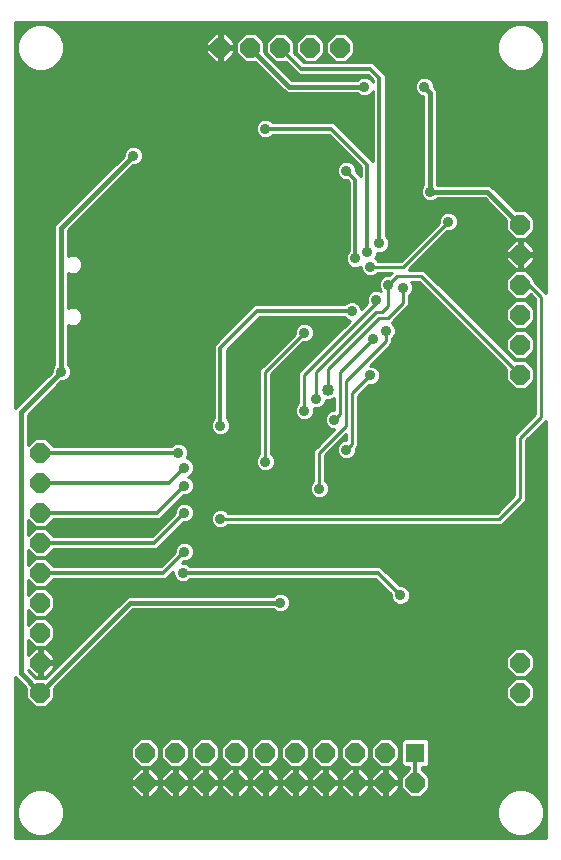
<source format=gbl>
G75*
G70*
%OFA0B0*%
%FSLAX24Y24*%
%IPPOS*%
%LPD*%
%AMOC8*
5,1,8,0,0,1.08239X$1,22.5*
%
%ADD10OC8,0.0640*%
%ADD11R,0.0640X0.0640*%
%ADD12C,0.0100*%
%ADD13C,0.0350*%
%ADD14C,0.0120*%
%ADD15C,0.0160*%
%ADD16C,0.0400*%
D10*
X001383Y005152D03*
X001383Y006152D03*
X001383Y007152D03*
X001383Y008152D03*
X001383Y009152D03*
X001383Y010152D03*
X001383Y011152D03*
X001383Y012152D03*
X001383Y013152D03*
X004883Y003152D03*
X004883Y002152D03*
X005883Y002152D03*
X005883Y003152D03*
X006883Y003152D03*
X006883Y002152D03*
X007883Y002152D03*
X007883Y003152D03*
X008883Y003152D03*
X008883Y002152D03*
X009883Y002152D03*
X009883Y003152D03*
X010883Y003152D03*
X010883Y002152D03*
X011883Y002152D03*
X011883Y003152D03*
X012883Y003152D03*
X012883Y002152D03*
X013883Y002152D03*
X017383Y005152D03*
X017383Y006152D03*
X017383Y015752D03*
X017383Y016752D03*
X017383Y017752D03*
X017383Y018752D03*
X017383Y019752D03*
X017383Y020752D03*
X011383Y026652D03*
X010383Y026652D03*
X009383Y026652D03*
X008383Y026652D03*
X007383Y026652D03*
D11*
X013883Y003152D03*
D12*
X000533Y005676D02*
X000533Y000302D01*
X018233Y000302D01*
X018233Y014219D01*
X018166Y014152D01*
X017583Y013569D01*
X017583Y011569D01*
X017466Y011452D01*
X016766Y010752D01*
X016600Y010752D01*
X007643Y010752D01*
X007567Y010676D01*
X007448Y010627D01*
X007318Y010627D01*
X007199Y010676D01*
X007107Y010768D01*
X007058Y010887D01*
X007058Y011016D01*
X007107Y011136D01*
X007199Y011227D01*
X007318Y011277D01*
X007448Y011277D01*
X007567Y011227D01*
X007643Y011152D01*
X016600Y011152D01*
X017183Y011734D01*
X017183Y013569D01*
X017183Y013734D01*
X017883Y014434D01*
X017883Y018269D01*
X017724Y018428D01*
X017578Y018282D01*
X017188Y018282D01*
X016913Y018557D01*
X016913Y018946D01*
X017188Y019222D01*
X017578Y019222D01*
X017853Y018946D01*
X017853Y018864D01*
X017883Y018834D01*
X018233Y018484D01*
X018233Y027494D01*
X000533Y027494D01*
X000533Y014627D01*
X001758Y015852D01*
X001758Y015916D01*
X001807Y016036D01*
X001853Y016081D01*
X001853Y020556D01*
X001853Y020747D01*
X004158Y023052D01*
X004158Y023116D01*
X004207Y023236D01*
X004299Y023327D01*
X004418Y023377D01*
X004548Y023377D01*
X004667Y023327D01*
X004758Y023236D01*
X004808Y023116D01*
X004808Y022987D01*
X004758Y022868D01*
X004667Y022776D01*
X004548Y022727D01*
X004483Y022727D01*
X002313Y020556D01*
X002313Y019712D01*
X002393Y019745D01*
X002523Y019745D01*
X002643Y019695D01*
X002735Y019603D01*
X002785Y019483D01*
X002785Y019353D01*
X002735Y019232D01*
X002643Y019140D01*
X002523Y019091D01*
X002393Y019091D01*
X002313Y019124D01*
X002313Y017980D01*
X002393Y018013D01*
X002523Y018013D01*
X002643Y017963D01*
X002735Y017871D01*
X002785Y017751D01*
X002785Y017620D01*
X002735Y017500D01*
X002643Y017408D01*
X002523Y017358D01*
X002393Y017358D01*
X002313Y017391D01*
X002313Y016081D01*
X002358Y016036D01*
X002408Y015916D01*
X002408Y015787D01*
X002358Y015668D01*
X002267Y015576D01*
X002148Y015527D01*
X002083Y015527D01*
X000963Y014406D01*
X000963Y013396D01*
X001188Y013622D01*
X001578Y013622D01*
X001838Y013362D01*
X005733Y013362D01*
X005799Y013427D01*
X005918Y013477D01*
X006048Y013477D01*
X006167Y013427D01*
X006258Y013336D01*
X006308Y013216D01*
X006308Y013087D01*
X006260Y012971D01*
X006367Y012927D01*
X006458Y012836D01*
X006508Y012716D01*
X006508Y012587D01*
X006458Y012468D01*
X006367Y012376D01*
X006308Y012352D01*
X006367Y012327D01*
X006458Y012236D01*
X010483Y012236D01*
X010483Y012211D02*
X010407Y012136D01*
X010358Y012016D01*
X010358Y011887D01*
X010407Y011768D01*
X010499Y011676D01*
X010618Y011627D01*
X010748Y011627D01*
X010867Y011676D01*
X010958Y011768D01*
X011008Y011887D01*
X011008Y012016D01*
X010958Y012136D01*
X010883Y012211D01*
X010883Y013069D01*
X011583Y013769D01*
X011583Y013577D01*
X011518Y013577D01*
X011399Y013527D01*
X011307Y013436D01*
X011258Y013316D01*
X011258Y013187D01*
X011307Y013068D01*
X011399Y012976D01*
X011518Y012927D01*
X011648Y012927D01*
X011767Y012976D01*
X011858Y013068D01*
X011908Y013187D01*
X011908Y013294D01*
X011983Y013369D01*
X011983Y015044D01*
X012341Y015402D01*
X012448Y015402D01*
X012567Y015451D01*
X012658Y015543D01*
X012708Y015662D01*
X012708Y015791D01*
X012658Y015911D01*
X012567Y016002D01*
X012448Y016052D01*
X012366Y016052D01*
X013103Y016789D01*
X013103Y016952D01*
X013178Y017028D01*
X013228Y017147D01*
X013228Y017276D01*
X013178Y017396D01*
X013094Y017480D01*
X013183Y017569D01*
X013683Y018069D01*
X013683Y018234D01*
X013683Y018392D01*
X013758Y018468D01*
X013808Y018587D01*
X013808Y018716D01*
X013758Y018836D01*
X013743Y018852D01*
X014000Y018852D01*
X016913Y015939D01*
X016913Y015557D01*
X017188Y015282D01*
X017578Y015282D01*
X017853Y015557D01*
X017853Y015946D01*
X017578Y016222D01*
X017196Y016222D01*
X014283Y019134D01*
X017101Y019134D01*
X017002Y019036D02*
X014382Y019036D01*
X014480Y018937D02*
X016913Y018937D01*
X016913Y018838D02*
X014579Y018838D01*
X014678Y018740D02*
X016913Y018740D01*
X016913Y018641D02*
X014776Y018641D01*
X014875Y018543D02*
X016927Y018543D01*
X017026Y018444D02*
X014973Y018444D01*
X015072Y018346D02*
X017124Y018346D01*
X017188Y018222D02*
X016913Y017946D01*
X016913Y017557D01*
X017188Y017282D01*
X017578Y017282D01*
X017853Y017557D01*
X017853Y017946D01*
X017578Y018222D01*
X017188Y018222D01*
X017115Y018149D02*
X015269Y018149D01*
X015170Y018247D02*
X017883Y018247D01*
X017883Y018149D02*
X017651Y018149D01*
X017749Y018050D02*
X017883Y018050D01*
X017883Y017952D02*
X017848Y017952D01*
X017853Y017853D02*
X017883Y017853D01*
X017883Y017754D02*
X017853Y017754D01*
X017853Y017656D02*
X017883Y017656D01*
X017883Y017557D02*
X017853Y017557D01*
X017883Y017459D02*
X017755Y017459D01*
X017656Y017360D02*
X017883Y017360D01*
X017883Y017262D02*
X016156Y017262D01*
X016254Y017163D02*
X017130Y017163D01*
X017188Y017222D02*
X016913Y016946D01*
X016913Y016557D01*
X017188Y016282D01*
X017578Y016282D01*
X017853Y016557D01*
X017853Y016946D01*
X017578Y017222D01*
X017188Y017222D01*
X017110Y017360D02*
X016057Y017360D01*
X015959Y017459D02*
X017011Y017459D01*
X016913Y017557D02*
X015860Y017557D01*
X015761Y017656D02*
X016913Y017656D01*
X016913Y017754D02*
X015663Y017754D01*
X015564Y017853D02*
X016913Y017853D01*
X016918Y017952D02*
X015466Y017952D01*
X015367Y018050D02*
X017017Y018050D01*
X017383Y018752D02*
X017683Y018752D01*
X018083Y018352D01*
X018083Y014352D01*
X017383Y013652D01*
X017383Y011652D01*
X016683Y010952D01*
X007383Y010952D01*
X007256Y011251D02*
X006494Y011251D01*
X006508Y011216D02*
X006458Y011336D01*
X006367Y011427D01*
X006248Y011477D01*
X006118Y011477D01*
X005999Y011427D01*
X005907Y011336D01*
X005858Y011216D01*
X005858Y011124D01*
X005096Y010362D01*
X001838Y010362D01*
X001578Y010622D01*
X001188Y010622D01*
X000963Y010396D01*
X000963Y010907D01*
X001188Y010682D01*
X001578Y010682D01*
X001838Y010942D01*
X005370Y010942D01*
X005493Y011065D01*
X006155Y011727D01*
X006248Y011727D01*
X006367Y011776D01*
X006458Y011868D01*
X006508Y011987D01*
X006508Y012116D01*
X006458Y012236D01*
X006499Y012138D02*
X010409Y012138D01*
X010483Y012211D02*
X010483Y013234D01*
X010600Y013352D01*
X011175Y013927D01*
X011118Y013927D01*
X010999Y013976D01*
X010907Y014068D01*
X010858Y014187D01*
X010858Y014316D01*
X010907Y014436D01*
X010999Y014527D01*
X011118Y014577D01*
X011183Y014577D01*
X011183Y014957D01*
X011181Y014955D01*
X011053Y014902D01*
X010913Y014902D01*
X010908Y014904D01*
X010908Y014887D01*
X010858Y014768D01*
X010767Y014676D01*
X010648Y014627D01*
X010518Y014627D01*
X010501Y014634D01*
X010508Y014616D01*
X010508Y014487D01*
X010458Y014368D01*
X010367Y014276D01*
X010248Y014227D01*
X010118Y014227D01*
X009999Y014276D01*
X009907Y014368D01*
X009858Y014487D01*
X009858Y014616D01*
X009907Y014736D01*
X009983Y014811D01*
X009983Y015669D01*
X009983Y015834D01*
X011700Y017552D01*
X011693Y017552D01*
X011574Y017601D01*
X011508Y017667D01*
X008695Y017667D01*
X007593Y016565D01*
X007593Y014301D01*
X007658Y014236D01*
X007708Y014116D01*
X007708Y013987D01*
X007658Y013868D01*
X007567Y013776D01*
X007448Y013727D01*
X007318Y013727D01*
X007199Y013776D01*
X007107Y013868D01*
X007058Y013987D01*
X007058Y014116D01*
X007107Y014236D01*
X007173Y014301D01*
X007173Y016565D01*
X007173Y016739D01*
X008521Y018087D01*
X008695Y018087D01*
X011508Y018087D01*
X011574Y018152D01*
X011693Y018202D01*
X011823Y018202D01*
X011942Y018152D01*
X012033Y018061D01*
X012083Y017941D01*
X012083Y017934D01*
X012281Y018132D01*
X012258Y018187D01*
X012258Y018316D01*
X012307Y018436D01*
X012399Y018527D01*
X012518Y018577D01*
X012648Y018577D01*
X012734Y018541D01*
X012707Y018568D01*
X012658Y018687D01*
X012658Y018816D01*
X012707Y018936D01*
X012799Y019027D01*
X012918Y019077D01*
X013025Y019077D01*
X013083Y019134D01*
X012625Y019134D01*
X012643Y019152D02*
X013100Y019152D01*
X013083Y019134D01*
X013283Y019052D02*
X012983Y018752D01*
X012983Y018052D01*
X012783Y017852D01*
X012583Y017852D01*
X010583Y015852D01*
X010583Y014952D01*
X010871Y014798D02*
X011183Y014798D01*
X011183Y014700D02*
X010791Y014700D01*
X010908Y014897D02*
X011183Y014897D01*
X011183Y014601D02*
X010508Y014601D01*
X010508Y014503D02*
X010974Y014503D01*
X010894Y014404D02*
X010474Y014404D01*
X010396Y014305D02*
X010858Y014305D01*
X010858Y014207D02*
X009083Y014207D01*
X009083Y014305D02*
X009970Y014305D01*
X009892Y014404D02*
X009083Y014404D01*
X009083Y014503D02*
X009858Y014503D01*
X009858Y014601D02*
X009083Y014601D01*
X009083Y014700D02*
X009893Y014700D01*
X009970Y014798D02*
X009083Y014798D01*
X009083Y014897D02*
X009983Y014897D01*
X009983Y014995D02*
X009083Y014995D01*
X009083Y015094D02*
X009983Y015094D01*
X009983Y015192D02*
X009083Y015192D01*
X009083Y015291D02*
X009983Y015291D01*
X009983Y015389D02*
X009083Y015389D01*
X009083Y015488D02*
X009983Y015488D01*
X009983Y015587D02*
X009083Y015587D01*
X009083Y015685D02*
X009983Y015685D01*
X009983Y015784D02*
X009098Y015784D01*
X009083Y015769D02*
X010141Y016827D01*
X010248Y016827D01*
X010367Y016876D01*
X010458Y016968D01*
X010508Y017087D01*
X010508Y017216D01*
X010458Y017336D01*
X010367Y017427D01*
X010248Y017477D01*
X010118Y017477D01*
X009999Y017427D01*
X009907Y017336D01*
X009858Y017216D01*
X009858Y017109D01*
X008800Y016052D01*
X008683Y015934D01*
X008683Y013111D01*
X008607Y013036D01*
X008558Y012916D01*
X008558Y012787D01*
X008607Y012668D01*
X008699Y012576D01*
X008818Y012527D01*
X008948Y012527D01*
X009067Y012576D01*
X009158Y012668D01*
X009208Y012787D01*
X009208Y012916D01*
X009158Y013036D01*
X009083Y013111D01*
X009083Y015769D01*
X009196Y015882D02*
X010031Y015882D01*
X010129Y015981D02*
X009295Y015981D01*
X009393Y016079D02*
X010228Y016079D01*
X010326Y016178D02*
X009492Y016178D01*
X009591Y016276D02*
X010425Y016276D01*
X010523Y016375D02*
X009689Y016375D01*
X009788Y016473D02*
X010622Y016473D01*
X010721Y016572D02*
X009886Y016572D01*
X009985Y016671D02*
X010819Y016671D01*
X010918Y016769D02*
X010083Y016769D01*
X010346Y016868D02*
X011016Y016868D01*
X011115Y016966D02*
X010457Y016966D01*
X010499Y017065D02*
X011213Y017065D01*
X011312Y017163D02*
X010508Y017163D01*
X010489Y017262D02*
X011410Y017262D01*
X011509Y017360D02*
X010434Y017360D01*
X010291Y017459D02*
X011607Y017459D01*
X011679Y017557D02*
X008586Y017557D01*
X008487Y017459D02*
X010075Y017459D01*
X009932Y017360D02*
X008389Y017360D01*
X008290Y017262D02*
X009877Y017262D01*
X009858Y017163D02*
X008192Y017163D01*
X008093Y017065D02*
X009813Y017065D01*
X009715Y016966D02*
X007994Y016966D01*
X007896Y016868D02*
X009616Y016868D01*
X009518Y016769D02*
X007797Y016769D01*
X007699Y016671D02*
X009419Y016671D01*
X009320Y016572D02*
X007600Y016572D01*
X007593Y016473D02*
X009222Y016473D01*
X009123Y016375D02*
X007593Y016375D01*
X007593Y016276D02*
X009025Y016276D01*
X008926Y016178D02*
X007593Y016178D01*
X007593Y016079D02*
X008828Y016079D01*
X008729Y015981D02*
X007593Y015981D01*
X007593Y015882D02*
X008683Y015882D01*
X008683Y015784D02*
X007593Y015784D01*
X007593Y015685D02*
X008683Y015685D01*
X008683Y015587D02*
X007593Y015587D01*
X007593Y015488D02*
X008683Y015488D01*
X008683Y015389D02*
X007593Y015389D01*
X007593Y015291D02*
X008683Y015291D01*
X008683Y015192D02*
X007593Y015192D01*
X007593Y015094D02*
X008683Y015094D01*
X008683Y014995D02*
X007593Y014995D01*
X007593Y014897D02*
X008683Y014897D01*
X008683Y014798D02*
X007593Y014798D01*
X007593Y014700D02*
X008683Y014700D01*
X008683Y014601D02*
X007593Y014601D01*
X007593Y014503D02*
X008683Y014503D01*
X008683Y014404D02*
X007593Y014404D01*
X007593Y014305D02*
X008683Y014305D01*
X008683Y014207D02*
X007670Y014207D01*
X007708Y014108D02*
X008683Y014108D01*
X008683Y014010D02*
X007708Y014010D01*
X007677Y013911D02*
X008683Y013911D01*
X008683Y013813D02*
X007604Y013813D01*
X007162Y013813D02*
X000963Y013813D01*
X000963Y013911D02*
X007089Y013911D01*
X007058Y014010D02*
X000963Y014010D01*
X000963Y014108D02*
X007058Y014108D01*
X007096Y014207D02*
X000963Y014207D01*
X000963Y014305D02*
X007173Y014305D01*
X007173Y014404D02*
X000963Y014404D01*
X001059Y014503D02*
X007173Y014503D01*
X007173Y014601D02*
X001158Y014601D01*
X001256Y014700D02*
X007173Y014700D01*
X007173Y014798D02*
X001355Y014798D01*
X001453Y014897D02*
X007173Y014897D01*
X007173Y014995D02*
X001552Y014995D01*
X001650Y015094D02*
X007173Y015094D01*
X007173Y015192D02*
X001749Y015192D01*
X001847Y015291D02*
X007173Y015291D01*
X007173Y015389D02*
X001946Y015389D01*
X002045Y015488D02*
X007173Y015488D01*
X007173Y015587D02*
X002277Y015587D01*
X002366Y015685D02*
X007173Y015685D01*
X007173Y015784D02*
X002407Y015784D01*
X002408Y015882D02*
X007173Y015882D01*
X007173Y015981D02*
X002381Y015981D01*
X002315Y016079D02*
X007173Y016079D01*
X007173Y016178D02*
X002313Y016178D01*
X002313Y016276D02*
X007173Y016276D01*
X007173Y016375D02*
X002313Y016375D01*
X002313Y016473D02*
X007173Y016473D01*
X007173Y016572D02*
X002313Y016572D01*
X002313Y016671D02*
X007173Y016671D01*
X007203Y016769D02*
X002313Y016769D01*
X002313Y016868D02*
X007302Y016868D01*
X007401Y016966D02*
X002313Y016966D01*
X002313Y017065D02*
X007499Y017065D01*
X007598Y017163D02*
X002313Y017163D01*
X002313Y017262D02*
X007696Y017262D01*
X007795Y017360D02*
X002528Y017360D01*
X002388Y017360D02*
X002313Y017360D01*
X002694Y017459D02*
X007893Y017459D01*
X007992Y017557D02*
X002759Y017557D01*
X002785Y017656D02*
X008090Y017656D01*
X008189Y017754D02*
X002784Y017754D01*
X002743Y017853D02*
X008287Y017853D01*
X008386Y017952D02*
X002655Y017952D01*
X002313Y018050D02*
X008484Y018050D01*
X008684Y017656D02*
X011519Y017656D01*
X011570Y018149D02*
X002313Y018149D01*
X002313Y018247D02*
X012258Y018247D01*
X012270Y018346D02*
X002313Y018346D01*
X002313Y018444D02*
X012316Y018444D01*
X012437Y018543D02*
X002313Y018543D01*
X002313Y018641D02*
X012677Y018641D01*
X012658Y018740D02*
X002313Y018740D01*
X002313Y018838D02*
X012667Y018838D01*
X012709Y018937D02*
X002313Y018937D01*
X002313Y019036D02*
X012297Y019036D01*
X012318Y019027D02*
X012448Y019027D01*
X012567Y019076D01*
X012643Y019152D01*
X012469Y019036D02*
X012819Y019036D01*
X013283Y019052D02*
X014083Y019052D01*
X017383Y015752D01*
X017081Y015389D02*
X012329Y015389D01*
X012230Y015291D02*
X017179Y015291D01*
X016982Y015488D02*
X012604Y015488D01*
X012677Y015587D02*
X016913Y015587D01*
X016913Y015685D02*
X012708Y015685D01*
X012708Y015784D02*
X016913Y015784D01*
X016913Y015882D02*
X012670Y015882D01*
X012589Y015981D02*
X016871Y015981D01*
X016773Y016079D02*
X012393Y016079D01*
X012492Y016178D02*
X016674Y016178D01*
X016575Y016276D02*
X012590Y016276D01*
X012689Y016375D02*
X016477Y016375D01*
X016378Y016473D02*
X012788Y016473D01*
X012886Y016572D02*
X016280Y016572D01*
X016181Y016671D02*
X012985Y016671D01*
X013083Y016769D02*
X016083Y016769D01*
X015984Y016868D02*
X013103Y016868D01*
X013117Y016966D02*
X015886Y016966D01*
X015787Y017065D02*
X013194Y017065D01*
X013228Y017163D02*
X015689Y017163D01*
X015590Y017262D02*
X013228Y017262D01*
X013193Y017360D02*
X015491Y017360D01*
X015393Y017459D02*
X013115Y017459D01*
X013172Y017557D02*
X015294Y017557D01*
X015196Y017656D02*
X013270Y017656D01*
X013369Y017754D02*
X015097Y017754D01*
X014999Y017853D02*
X013467Y017853D01*
X013566Y017952D02*
X014900Y017952D01*
X014802Y018050D02*
X013664Y018050D01*
X013683Y018149D02*
X014703Y018149D01*
X014605Y018247D02*
X013683Y018247D01*
X013683Y018346D02*
X014506Y018346D01*
X014407Y018444D02*
X013735Y018444D01*
X013790Y018543D02*
X014309Y018543D01*
X014210Y018641D02*
X013808Y018641D01*
X013798Y018740D02*
X014112Y018740D01*
X014013Y018838D02*
X013756Y018838D01*
X013483Y018652D02*
X013483Y018152D01*
X012983Y017652D01*
X012683Y017652D01*
X010983Y015952D01*
X010983Y015252D01*
X011583Y015552D02*
X011583Y014052D01*
X010683Y013152D01*
X010683Y011952D01*
X010432Y011743D02*
X006288Y011743D01*
X006433Y011842D02*
X010377Y011842D01*
X010358Y011940D02*
X006489Y011940D01*
X006508Y012039D02*
X010367Y012039D01*
X010483Y012335D02*
X006349Y012335D01*
X006424Y012433D02*
X010483Y012433D01*
X010483Y012532D02*
X008960Y012532D01*
X008806Y012532D02*
X006485Y012532D01*
X006508Y012630D02*
X008645Y012630D01*
X008582Y012729D02*
X006503Y012729D01*
X006462Y012827D02*
X008558Y012827D01*
X008562Y012926D02*
X006368Y012926D01*
X006282Y013024D02*
X008603Y013024D01*
X008683Y013123D02*
X006308Y013123D01*
X006306Y013221D02*
X008683Y013221D01*
X008683Y013320D02*
X006265Y013320D01*
X006176Y013419D02*
X008683Y013419D01*
X008683Y013517D02*
X001682Y013517D01*
X001781Y013419D02*
X005790Y013419D01*
X006073Y011645D02*
X010574Y011645D01*
X010791Y011645D02*
X017093Y011645D01*
X017183Y011743D02*
X010934Y011743D01*
X010989Y011842D02*
X017183Y011842D01*
X017183Y011940D02*
X011008Y011940D01*
X010999Y012039D02*
X017183Y012039D01*
X017183Y012138D02*
X010957Y012138D01*
X010883Y012236D02*
X017183Y012236D01*
X017183Y012335D02*
X010883Y012335D01*
X010883Y012433D02*
X017183Y012433D01*
X017183Y012532D02*
X010883Y012532D01*
X010883Y012630D02*
X017183Y012630D01*
X017183Y012729D02*
X010883Y012729D01*
X010883Y012827D02*
X017183Y012827D01*
X017183Y012926D02*
X010883Y012926D01*
X010883Y013024D02*
X011351Y013024D01*
X011284Y013123D02*
X010937Y013123D01*
X011036Y013221D02*
X011258Y013221D01*
X011260Y013320D02*
X011134Y013320D01*
X011233Y013419D02*
X011300Y013419D01*
X011331Y013517D02*
X011389Y013517D01*
X011430Y013616D02*
X011583Y013616D01*
X011583Y013714D02*
X011528Y013714D01*
X011783Y013452D02*
X011783Y015127D01*
X012383Y015727D01*
X012132Y015192D02*
X017883Y015192D01*
X017883Y015094D02*
X012033Y015094D01*
X011983Y014995D02*
X017883Y014995D01*
X017883Y014897D02*
X011983Y014897D01*
X011983Y014798D02*
X017883Y014798D01*
X017883Y014700D02*
X011983Y014700D01*
X011983Y014601D02*
X017883Y014601D01*
X017883Y014503D02*
X011983Y014503D01*
X011983Y014404D02*
X017853Y014404D01*
X017754Y014305D02*
X011983Y014305D01*
X011983Y014207D02*
X017655Y014207D01*
X017557Y014108D02*
X011983Y014108D01*
X011983Y014010D02*
X017458Y014010D01*
X017360Y013911D02*
X011983Y013911D01*
X011983Y013813D02*
X017261Y013813D01*
X017183Y013714D02*
X011983Y013714D01*
X011983Y013616D02*
X017183Y013616D01*
X017183Y013517D02*
X011983Y013517D01*
X011983Y013419D02*
X017183Y013419D01*
X017183Y013320D02*
X011934Y013320D01*
X011908Y013221D02*
X017183Y013221D01*
X017183Y013123D02*
X011881Y013123D01*
X011815Y013024D02*
X017183Y013024D01*
X017583Y013024D02*
X018233Y013024D01*
X018233Y012926D02*
X017583Y012926D01*
X017583Y012827D02*
X018233Y012827D01*
X018233Y012729D02*
X017583Y012729D01*
X017583Y012630D02*
X018233Y012630D01*
X018233Y012532D02*
X017583Y012532D01*
X017583Y012433D02*
X018233Y012433D01*
X018233Y012335D02*
X017583Y012335D01*
X017583Y012236D02*
X018233Y012236D01*
X018233Y012138D02*
X017583Y012138D01*
X017583Y012039D02*
X018233Y012039D01*
X018233Y011940D02*
X017583Y011940D01*
X017583Y011842D02*
X018233Y011842D01*
X018233Y011743D02*
X017583Y011743D01*
X017583Y011645D02*
X018233Y011645D01*
X018233Y011546D02*
X017560Y011546D01*
X017462Y011448D02*
X018233Y011448D01*
X018233Y011349D02*
X017363Y011349D01*
X017265Y011251D02*
X018233Y011251D01*
X018233Y011152D02*
X017166Y011152D01*
X017068Y011054D02*
X018233Y011054D01*
X018233Y010955D02*
X016969Y010955D01*
X016871Y010856D02*
X018233Y010856D01*
X018233Y010758D02*
X016772Y010758D01*
X016601Y011152D02*
X007642Y011152D01*
X007510Y011251D02*
X016699Y011251D01*
X016798Y011349D02*
X006445Y011349D01*
X006508Y011216D02*
X006508Y011087D01*
X006458Y010968D01*
X006367Y010876D01*
X006248Y010827D01*
X006155Y010827D01*
X005393Y010065D01*
X005270Y009942D01*
X001838Y009942D01*
X001578Y009682D01*
X001188Y009682D01*
X000963Y009907D01*
X000963Y009396D01*
X001188Y009622D01*
X001578Y009622D01*
X001838Y009362D01*
X005396Y009362D01*
X005858Y009824D01*
X005858Y009916D01*
X005907Y010036D01*
X005999Y010127D01*
X006118Y010177D01*
X006248Y010177D01*
X006367Y010127D01*
X006458Y010036D01*
X006508Y009916D01*
X006508Y009787D01*
X006458Y009668D01*
X006367Y009576D01*
X006248Y009527D01*
X006155Y009527D01*
X006105Y009477D01*
X018233Y009477D01*
X018233Y009575D02*
X006365Y009575D01*
X006461Y009674D02*
X018233Y009674D01*
X018233Y009772D02*
X006502Y009772D01*
X006508Y009871D02*
X018233Y009871D01*
X018233Y009970D02*
X006486Y009970D01*
X006426Y010068D02*
X018233Y010068D01*
X018233Y010167D02*
X006272Y010167D01*
X006094Y010167D02*
X005495Y010167D01*
X005594Y010265D02*
X018233Y010265D01*
X018233Y010364D02*
X005692Y010364D01*
X005791Y010462D02*
X018233Y010462D01*
X018233Y010561D02*
X005889Y010561D01*
X005988Y010659D02*
X007239Y010659D01*
X007117Y010758D02*
X006086Y010758D01*
X005788Y011054D02*
X005482Y011054D01*
X005580Y011152D02*
X005858Y011152D01*
X005872Y011251D02*
X005679Y011251D01*
X005777Y011349D02*
X005921Y011349D01*
X005876Y011448D02*
X006049Y011448D01*
X005975Y011546D02*
X016995Y011546D01*
X016896Y011448D02*
X006317Y011448D01*
X006508Y011152D02*
X007124Y011152D01*
X007073Y011054D02*
X006494Y011054D01*
X006446Y010955D02*
X007058Y010955D01*
X007071Y010856D02*
X006320Y010856D01*
X005940Y010068D02*
X005396Y010068D01*
X005298Y009970D02*
X005880Y009970D01*
X005858Y009871D02*
X001767Y009871D01*
X001668Y009772D02*
X005807Y009772D01*
X005708Y009674D02*
X000963Y009674D01*
X000963Y009772D02*
X001097Y009772D01*
X000999Y009871D02*
X000963Y009871D01*
X000963Y009575D02*
X001142Y009575D01*
X001044Y009477D02*
X000963Y009477D01*
X000963Y008907D02*
X001188Y008682D01*
X001578Y008682D01*
X001838Y008942D01*
X005570Y008942D01*
X005693Y009065D01*
X005808Y009180D01*
X005808Y009087D01*
X005857Y008968D01*
X005949Y008876D01*
X006068Y008827D01*
X006198Y008827D01*
X006317Y008876D01*
X006383Y008942D01*
X012546Y008942D01*
X013058Y008430D01*
X013058Y008337D01*
X013107Y008218D01*
X013199Y008126D01*
X013318Y008077D01*
X013448Y008077D01*
X013567Y008126D01*
X013658Y008218D01*
X013708Y008337D01*
X013708Y008466D01*
X013658Y008586D01*
X013567Y008677D01*
X013448Y008727D01*
X013355Y008727D01*
X012843Y009239D01*
X012720Y009362D01*
X006383Y009362D01*
X006317Y009427D01*
X006198Y009477D01*
X006105Y009477D01*
X006366Y009378D02*
X018233Y009378D01*
X018233Y009280D02*
X012802Y009280D01*
X012843Y009239D02*
X012843Y009239D01*
X012900Y009181D02*
X018233Y009181D01*
X018233Y009083D02*
X012999Y009083D01*
X013097Y008984D02*
X018233Y008984D01*
X018233Y008886D02*
X013196Y008886D01*
X013294Y008787D02*
X018233Y008787D01*
X018233Y008689D02*
X013540Y008689D01*
X013654Y008590D02*
X018233Y008590D01*
X018233Y008491D02*
X013698Y008491D01*
X013708Y008393D02*
X018233Y008393D01*
X018233Y008294D02*
X013690Y008294D01*
X013637Y008196D02*
X018233Y008196D01*
X018233Y008097D02*
X013497Y008097D01*
X013269Y008097D02*
X009708Y008097D01*
X009708Y008087D02*
X009708Y008216D01*
X009658Y008336D01*
X009567Y008427D01*
X009448Y008477D01*
X009318Y008477D01*
X009199Y008427D01*
X009153Y008382D01*
X004478Y008382D01*
X004288Y008382D01*
X001528Y005622D01*
X001238Y005622D01*
X000963Y005897D01*
X000963Y005907D01*
X001188Y005682D01*
X001333Y005682D01*
X001333Y006101D01*
X001433Y006101D01*
X001433Y005682D01*
X001578Y005682D01*
X001853Y005957D01*
X001853Y006102D01*
X001433Y006102D01*
X001433Y006202D01*
X001333Y006202D01*
X001333Y006622D01*
X001188Y006622D01*
X000963Y006396D01*
X000963Y006907D01*
X001188Y006682D01*
X001578Y006682D01*
X001853Y006957D01*
X001853Y007346D01*
X001578Y007622D01*
X001188Y007622D01*
X000963Y007396D01*
X000963Y007907D01*
X001188Y007682D01*
X001578Y007682D01*
X001853Y007957D01*
X001853Y008346D01*
X001578Y008622D01*
X001188Y008622D01*
X000963Y008396D01*
X000963Y008907D01*
X000963Y008886D02*
X000984Y008886D01*
X000963Y008787D02*
X001083Y008787D01*
X001181Y008689D02*
X000963Y008689D01*
X000963Y008590D02*
X001157Y008590D01*
X001058Y008491D02*
X000963Y008491D01*
X000963Y007900D02*
X000970Y007900D01*
X000963Y007802D02*
X001068Y007802D01*
X001167Y007703D02*
X000963Y007703D01*
X000963Y007605D02*
X001171Y007605D01*
X001073Y007506D02*
X000963Y007506D01*
X000963Y007407D02*
X000974Y007407D01*
X000963Y006816D02*
X001054Y006816D01*
X000963Y006718D02*
X001152Y006718D01*
X001186Y006619D02*
X000963Y006619D01*
X000963Y006521D02*
X001087Y006521D01*
X000989Y006422D02*
X000963Y006422D01*
X001333Y006422D02*
X001433Y006422D01*
X001433Y006521D02*
X001333Y006521D01*
X001333Y006619D02*
X001433Y006619D01*
X001433Y006622D02*
X001433Y006202D01*
X001853Y006202D01*
X001853Y006346D01*
X001578Y006622D01*
X001433Y006622D01*
X001580Y006619D02*
X002525Y006619D01*
X002427Y006521D02*
X001679Y006521D01*
X001777Y006422D02*
X002328Y006422D01*
X002230Y006323D02*
X001853Y006323D01*
X001853Y006225D02*
X002131Y006225D01*
X002032Y006126D02*
X001433Y006126D01*
X001433Y006028D02*
X001333Y006028D01*
X001333Y005929D02*
X001433Y005929D01*
X001433Y005831D02*
X001333Y005831D01*
X001333Y005732D02*
X001433Y005732D01*
X001540Y005634D02*
X001226Y005634D01*
X001138Y005732D02*
X001128Y005732D01*
X001039Y005831D02*
X001029Y005831D01*
X000638Y005572D02*
X000913Y005296D01*
X000913Y004957D01*
X001188Y004682D01*
X001578Y004682D01*
X001853Y004957D01*
X001853Y005296D01*
X004478Y007922D01*
X009153Y007922D01*
X009199Y007876D01*
X009318Y007827D01*
X009448Y007827D01*
X009567Y007876D01*
X009658Y007968D01*
X009708Y008087D01*
X009671Y007999D02*
X018233Y007999D01*
X018233Y007900D02*
X009591Y007900D01*
X009708Y008196D02*
X013129Y008196D01*
X013076Y008294D02*
X009676Y008294D01*
X009601Y008393D02*
X013058Y008393D01*
X012996Y008491D02*
X001708Y008491D01*
X001806Y008393D02*
X009165Y008393D01*
X009175Y007900D02*
X004457Y007900D01*
X004358Y007802D02*
X018233Y007802D01*
X018233Y007703D02*
X004260Y007703D01*
X004161Y007605D02*
X018233Y007605D01*
X018233Y007506D02*
X004063Y007506D01*
X003964Y007407D02*
X018233Y007407D01*
X018233Y007309D02*
X003865Y007309D01*
X003767Y007210D02*
X018233Y007210D01*
X018233Y007112D02*
X003668Y007112D01*
X003570Y007013D02*
X018233Y007013D01*
X018233Y006915D02*
X003471Y006915D01*
X003373Y006816D02*
X018233Y006816D01*
X018233Y006718D02*
X003274Y006718D01*
X003176Y006619D02*
X017186Y006619D01*
X017188Y006622D02*
X016913Y006346D01*
X016913Y005957D01*
X017188Y005682D01*
X017578Y005682D01*
X017853Y005957D01*
X017853Y006346D01*
X017578Y006622D01*
X017188Y006622D01*
X017087Y006521D02*
X003077Y006521D01*
X002979Y006422D02*
X016989Y006422D01*
X016913Y006323D02*
X002880Y006323D01*
X002781Y006225D02*
X016913Y006225D01*
X016913Y006126D02*
X002683Y006126D01*
X002584Y006028D02*
X016913Y006028D01*
X016941Y005929D02*
X002486Y005929D01*
X002387Y005831D02*
X017039Y005831D01*
X017138Y005732D02*
X002289Y005732D01*
X002190Y005634D02*
X018233Y005634D01*
X018233Y005732D02*
X017628Y005732D01*
X017578Y005622D02*
X017853Y005346D01*
X017853Y004957D01*
X017578Y004682D01*
X017188Y004682D01*
X016913Y004957D01*
X016913Y005346D01*
X017188Y005622D01*
X017578Y005622D01*
X017664Y005535D02*
X018233Y005535D01*
X018233Y005437D02*
X017763Y005437D01*
X017853Y005338D02*
X018233Y005338D01*
X018233Y005239D02*
X017853Y005239D01*
X017853Y005141D02*
X018233Y005141D01*
X018233Y005042D02*
X017853Y005042D01*
X017840Y004944D02*
X018233Y004944D01*
X018233Y004845D02*
X017741Y004845D01*
X017643Y004747D02*
X018233Y004747D01*
X018233Y004648D02*
X000533Y004648D01*
X000533Y004550D02*
X018233Y004550D01*
X018233Y004451D02*
X000533Y004451D01*
X000533Y004353D02*
X018233Y004353D01*
X018233Y004254D02*
X000533Y004254D01*
X000533Y004156D02*
X018233Y004156D01*
X018233Y004057D02*
X000533Y004057D01*
X000533Y003958D02*
X018233Y003958D01*
X018233Y003860D02*
X000533Y003860D01*
X000533Y003761D02*
X018233Y003761D01*
X018233Y003663D02*
X000533Y003663D01*
X000533Y003564D02*
X004631Y003564D01*
X004688Y003622D02*
X004413Y003346D01*
X004413Y002957D01*
X004688Y002682D01*
X005078Y002682D01*
X005353Y002957D01*
X005353Y003346D01*
X005078Y003622D01*
X004688Y003622D01*
X004532Y003466D02*
X000533Y003466D01*
X000533Y003367D02*
X004434Y003367D01*
X004413Y003269D02*
X000533Y003269D01*
X000533Y003170D02*
X004413Y003170D01*
X004413Y003072D02*
X000533Y003072D01*
X000533Y002973D02*
X004413Y002973D01*
X004496Y002874D02*
X000533Y002874D01*
X000533Y002776D02*
X004594Y002776D01*
X004688Y002622D02*
X004413Y002346D01*
X004413Y002202D01*
X004833Y002202D01*
X004833Y002622D01*
X004688Y002622D01*
X004646Y002579D02*
X000533Y002579D01*
X000533Y002677D02*
X013673Y002677D01*
X013673Y002682D02*
X013673Y002606D01*
X013413Y002346D01*
X013413Y001957D01*
X013688Y001682D01*
X014078Y001682D01*
X014353Y001957D01*
X014353Y002346D01*
X014093Y002606D01*
X014093Y002682D01*
X014265Y002682D01*
X014353Y002769D01*
X014353Y003534D01*
X014265Y003622D01*
X013501Y003622D01*
X013413Y003534D01*
X013413Y002769D01*
X013501Y002682D01*
X013673Y002682D01*
X013646Y002579D02*
X013120Y002579D01*
X013078Y002622D02*
X012933Y002622D01*
X012933Y002202D01*
X012833Y002202D01*
X012833Y002622D01*
X012688Y002622D01*
X012413Y002346D01*
X012413Y002202D01*
X012833Y002202D01*
X012833Y002102D01*
X012413Y002102D01*
X012413Y001957D01*
X012688Y001682D01*
X012833Y001682D01*
X012833Y002101D01*
X012933Y002101D01*
X012933Y001682D01*
X013078Y001682D01*
X013353Y001957D01*
X013353Y002102D01*
X012933Y002102D01*
X012933Y002202D01*
X013353Y002202D01*
X013353Y002346D01*
X013078Y002622D01*
X013078Y002682D02*
X013353Y002957D01*
X013353Y003346D01*
X013078Y003622D01*
X012688Y003622D01*
X012413Y003346D01*
X012413Y002957D01*
X012688Y002682D01*
X013078Y002682D01*
X013172Y002776D02*
X013413Y002776D01*
X013413Y002874D02*
X013270Y002874D01*
X013353Y002973D02*
X013413Y002973D01*
X013413Y003072D02*
X013353Y003072D01*
X013353Y003170D02*
X013413Y003170D01*
X013413Y003269D02*
X013353Y003269D01*
X013332Y003367D02*
X013413Y003367D01*
X013413Y003466D02*
X013234Y003466D01*
X013135Y003564D02*
X013443Y003564D01*
X012933Y002579D02*
X012833Y002579D01*
X012833Y002480D02*
X012933Y002480D01*
X012933Y002382D02*
X012833Y002382D01*
X012833Y002283D02*
X012933Y002283D01*
X012933Y002185D02*
X013413Y002185D01*
X013413Y002283D02*
X013353Y002283D01*
X013318Y002382D02*
X013448Y002382D01*
X013547Y002480D02*
X013219Y002480D01*
X013353Y002086D02*
X013413Y002086D01*
X013413Y001988D02*
X013353Y001988D01*
X013285Y001889D02*
X013481Y001889D01*
X013579Y001790D02*
X013186Y001790D01*
X013088Y001692D02*
X013678Y001692D01*
X014088Y001692D02*
X016820Y001692D01*
X016722Y001593D02*
X002044Y001593D01*
X001825Y001813D01*
X001538Y001932D01*
X001228Y001932D01*
X000941Y001813D01*
X000722Y001593D01*
X000533Y001593D01*
X000533Y001495D02*
X000681Y001495D01*
X000722Y001593D02*
X000603Y001307D01*
X000603Y000996D01*
X000722Y000710D01*
X000941Y000490D01*
X001228Y000372D01*
X001538Y000372D01*
X001825Y000490D01*
X002044Y000710D01*
X002163Y000996D01*
X002163Y001307D01*
X002044Y001593D01*
X002085Y001495D02*
X016681Y001495D01*
X016722Y001593D02*
X016603Y001307D01*
X016603Y000996D01*
X016722Y000710D01*
X016941Y000490D01*
X017228Y000372D01*
X017538Y000372D01*
X017825Y000490D01*
X018044Y000710D01*
X018163Y000996D01*
X018163Y001307D01*
X018044Y001593D01*
X018233Y001593D01*
X018233Y001495D02*
X018085Y001495D01*
X018044Y001593D02*
X017825Y001813D01*
X017538Y001932D01*
X017228Y001932D01*
X016941Y001813D01*
X016722Y001593D01*
X016640Y001396D02*
X002126Y001396D01*
X002163Y001298D02*
X016603Y001298D01*
X016603Y001199D02*
X002163Y001199D01*
X002163Y001101D02*
X016603Y001101D01*
X016603Y001002D02*
X002163Y001002D01*
X002124Y000904D02*
X016642Y000904D01*
X016682Y000805D02*
X002084Y000805D01*
X002041Y000706D02*
X016725Y000706D01*
X016824Y000608D02*
X001942Y000608D01*
X001844Y000509D02*
X016922Y000509D01*
X017133Y000411D02*
X001633Y000411D01*
X001133Y000411D02*
X000533Y000411D01*
X000533Y000509D02*
X000922Y000509D01*
X000824Y000608D02*
X000533Y000608D01*
X000533Y000706D02*
X000725Y000706D01*
X000682Y000805D02*
X000533Y000805D01*
X000533Y000904D02*
X000642Y000904D01*
X000603Y001002D02*
X000533Y001002D01*
X000533Y001101D02*
X000603Y001101D01*
X000603Y001199D02*
X000533Y001199D01*
X000533Y001298D02*
X000603Y001298D01*
X000640Y001396D02*
X000533Y001396D01*
X000533Y001692D02*
X000820Y001692D01*
X000919Y001790D02*
X000533Y001790D01*
X000533Y001889D02*
X001125Y001889D01*
X001641Y001889D02*
X004481Y001889D01*
X004413Y001957D02*
X004688Y001682D01*
X004833Y001682D01*
X004833Y002101D01*
X004933Y002101D01*
X004933Y001682D01*
X005078Y001682D01*
X005353Y001957D01*
X005353Y002102D01*
X004933Y002102D01*
X004933Y002202D01*
X004833Y002202D01*
X004833Y002102D01*
X004413Y002102D01*
X004413Y001957D01*
X004413Y001988D02*
X000533Y001988D01*
X000533Y002086D02*
X004413Y002086D01*
X004413Y002283D02*
X000533Y002283D01*
X000533Y002185D02*
X004833Y002185D01*
X004833Y002283D02*
X004933Y002283D01*
X004933Y002202D02*
X004933Y002622D01*
X005078Y002622D01*
X005353Y002346D01*
X005353Y002202D01*
X004933Y002202D01*
X004933Y002185D02*
X005833Y002185D01*
X005833Y002202D02*
X005833Y002102D01*
X005413Y002102D01*
X005413Y001957D01*
X005688Y001682D01*
X005833Y001682D01*
X005833Y002101D01*
X005933Y002101D01*
X005933Y001682D01*
X006078Y001682D01*
X006353Y001957D01*
X006353Y002102D01*
X005933Y002102D01*
X005933Y002202D01*
X005833Y002202D01*
X005833Y002622D01*
X005688Y002622D01*
X005413Y002346D01*
X005413Y002202D01*
X005833Y002202D01*
X005833Y002283D02*
X005933Y002283D01*
X005933Y002202D02*
X005933Y002622D01*
X006078Y002622D01*
X006353Y002346D01*
X006353Y002202D01*
X005933Y002202D01*
X005933Y002185D02*
X006833Y002185D01*
X006833Y002202D02*
X006833Y002102D01*
X006413Y002102D01*
X006413Y001957D01*
X006688Y001682D01*
X006833Y001682D01*
X006833Y002101D01*
X006933Y002101D01*
X006933Y001682D01*
X007078Y001682D01*
X007353Y001957D01*
X007353Y002102D01*
X006933Y002102D01*
X006933Y002202D01*
X006833Y002202D01*
X006833Y002622D01*
X006688Y002622D01*
X006413Y002346D01*
X006413Y002202D01*
X006833Y002202D01*
X006833Y002283D02*
X006933Y002283D01*
X006933Y002202D02*
X006933Y002622D01*
X007078Y002622D01*
X007353Y002346D01*
X007353Y002202D01*
X006933Y002202D01*
X006933Y002185D02*
X007833Y002185D01*
X007833Y002202D02*
X007833Y002102D01*
X007413Y002102D01*
X007413Y001957D01*
X007688Y001682D01*
X007833Y001682D01*
X007833Y002101D01*
X007933Y002101D01*
X007933Y001682D01*
X008078Y001682D01*
X008353Y001957D01*
X008353Y002102D01*
X007933Y002102D01*
X007933Y002202D01*
X007833Y002202D01*
X007833Y002622D01*
X007688Y002622D01*
X007413Y002346D01*
X007413Y002202D01*
X007833Y002202D01*
X007833Y002283D02*
X007933Y002283D01*
X007933Y002202D02*
X007933Y002622D01*
X008078Y002622D01*
X008353Y002346D01*
X008353Y002202D01*
X007933Y002202D01*
X007933Y002185D02*
X008833Y002185D01*
X008833Y002202D02*
X008833Y002102D01*
X008413Y002102D01*
X008413Y001957D01*
X008688Y001682D01*
X008833Y001682D01*
X008833Y002101D01*
X008933Y002101D01*
X008933Y001682D01*
X009078Y001682D01*
X009353Y001957D01*
X009353Y002102D01*
X008933Y002102D01*
X008933Y002202D01*
X008833Y002202D01*
X008833Y002622D01*
X008688Y002622D01*
X008413Y002346D01*
X008413Y002202D01*
X008833Y002202D01*
X008833Y002283D02*
X008933Y002283D01*
X008933Y002202D02*
X008933Y002622D01*
X009078Y002622D01*
X009353Y002346D01*
X009353Y002202D01*
X008933Y002202D01*
X008933Y002185D02*
X009833Y002185D01*
X009833Y002202D02*
X009833Y002102D01*
X009413Y002102D01*
X009413Y001957D01*
X009688Y001682D01*
X009833Y001682D01*
X009833Y002101D01*
X009933Y002101D01*
X009933Y001682D01*
X010078Y001682D01*
X010353Y001957D01*
X010353Y002102D01*
X009933Y002102D01*
X009933Y002202D01*
X009833Y002202D01*
X009833Y002622D01*
X009688Y002622D01*
X009413Y002346D01*
X009413Y002202D01*
X009833Y002202D01*
X009833Y002283D02*
X009933Y002283D01*
X009933Y002202D02*
X009933Y002622D01*
X010078Y002622D01*
X010353Y002346D01*
X010353Y002202D01*
X009933Y002202D01*
X009933Y002185D02*
X010833Y002185D01*
X010833Y002202D02*
X010833Y002102D01*
X010413Y002102D01*
X010413Y001957D01*
X010688Y001682D01*
X010833Y001682D01*
X010833Y002101D01*
X010933Y002101D01*
X010933Y001682D01*
X011078Y001682D01*
X011353Y001957D01*
X011353Y002102D01*
X010933Y002102D01*
X010933Y002202D01*
X010833Y002202D01*
X010833Y002622D01*
X010688Y002622D01*
X010413Y002346D01*
X010413Y002202D01*
X010833Y002202D01*
X010833Y002283D02*
X010933Y002283D01*
X010933Y002202D02*
X010933Y002622D01*
X011078Y002622D01*
X011353Y002346D01*
X011353Y002202D01*
X010933Y002202D01*
X010933Y002185D02*
X011833Y002185D01*
X011833Y002202D02*
X011833Y002102D01*
X011413Y002102D01*
X011413Y001957D01*
X011688Y001682D01*
X011833Y001682D01*
X011833Y002101D01*
X011933Y002101D01*
X011933Y001682D01*
X012078Y001682D01*
X012353Y001957D01*
X012353Y002102D01*
X011933Y002102D01*
X011933Y002202D01*
X011833Y002202D01*
X011833Y002622D01*
X011688Y002622D01*
X011413Y002346D01*
X011413Y002202D01*
X011833Y002202D01*
X011833Y002283D02*
X011933Y002283D01*
X011933Y002202D02*
X011933Y002622D01*
X012078Y002622D01*
X012353Y002346D01*
X012353Y002202D01*
X011933Y002202D01*
X011933Y002185D02*
X012833Y002185D01*
X012833Y002086D02*
X012933Y002086D01*
X012933Y001988D02*
X012833Y001988D01*
X012833Y001889D02*
X012933Y001889D01*
X012933Y001790D02*
X012833Y001790D01*
X012833Y001692D02*
X012933Y001692D01*
X012678Y001692D02*
X012088Y001692D01*
X012186Y001790D02*
X012579Y001790D01*
X012481Y001889D02*
X012285Y001889D01*
X012353Y001988D02*
X012413Y001988D01*
X012413Y002086D02*
X012353Y002086D01*
X012353Y002283D02*
X012413Y002283D01*
X012448Y002382D02*
X012318Y002382D01*
X012219Y002480D02*
X012547Y002480D01*
X012646Y002579D02*
X012120Y002579D01*
X012078Y002682D02*
X012353Y002957D01*
X012353Y003346D01*
X012078Y003622D01*
X011688Y003622D01*
X011413Y003346D01*
X011413Y002957D01*
X011688Y002682D01*
X012078Y002682D01*
X012172Y002776D02*
X012594Y002776D01*
X012496Y002874D02*
X012270Y002874D01*
X012353Y002973D02*
X012413Y002973D01*
X012413Y003072D02*
X012353Y003072D01*
X012353Y003170D02*
X012413Y003170D01*
X012413Y003269D02*
X012353Y003269D01*
X012332Y003367D02*
X012434Y003367D01*
X012532Y003466D02*
X012234Y003466D01*
X012135Y003564D02*
X012631Y003564D01*
X011933Y002579D02*
X011833Y002579D01*
X011833Y002480D02*
X011933Y002480D01*
X011933Y002382D02*
X011833Y002382D01*
X011646Y002579D02*
X011120Y002579D01*
X011078Y002682D02*
X011353Y002957D01*
X011353Y003346D01*
X011078Y003622D01*
X010688Y003622D01*
X010413Y003346D01*
X010413Y002957D01*
X010688Y002682D01*
X011078Y002682D01*
X011172Y002776D02*
X011594Y002776D01*
X011496Y002874D02*
X011270Y002874D01*
X011353Y002973D02*
X011413Y002973D01*
X011413Y003072D02*
X011353Y003072D01*
X011353Y003170D02*
X011413Y003170D01*
X011413Y003269D02*
X011353Y003269D01*
X011332Y003367D02*
X011434Y003367D01*
X011532Y003466D02*
X011234Y003466D01*
X011135Y003564D02*
X011631Y003564D01*
X011547Y002480D02*
X011219Y002480D01*
X011318Y002382D02*
X011448Y002382D01*
X011413Y002283D02*
X011353Y002283D01*
X011353Y002086D02*
X011413Y002086D01*
X011413Y001988D02*
X011353Y001988D01*
X011285Y001889D02*
X011481Y001889D01*
X011579Y001790D02*
X011186Y001790D01*
X011088Y001692D02*
X011678Y001692D01*
X011833Y001692D02*
X011933Y001692D01*
X011933Y001790D02*
X011833Y001790D01*
X011833Y001889D02*
X011933Y001889D01*
X011933Y001988D02*
X011833Y001988D01*
X011833Y002086D02*
X011933Y002086D01*
X010933Y002086D02*
X010833Y002086D01*
X010833Y001988D02*
X010933Y001988D01*
X010933Y001889D02*
X010833Y001889D01*
X010833Y001790D02*
X010933Y001790D01*
X010933Y001692D02*
X010833Y001692D01*
X010678Y001692D02*
X010088Y001692D01*
X010186Y001790D02*
X010579Y001790D01*
X010481Y001889D02*
X010285Y001889D01*
X010353Y001988D02*
X010413Y001988D01*
X010413Y002086D02*
X010353Y002086D01*
X010353Y002283D02*
X010413Y002283D01*
X010448Y002382D02*
X010318Y002382D01*
X010219Y002480D02*
X010547Y002480D01*
X010646Y002579D02*
X010120Y002579D01*
X010078Y002682D02*
X010353Y002957D01*
X010353Y003346D01*
X010078Y003622D01*
X009688Y003622D01*
X009413Y003346D01*
X009413Y002957D01*
X009688Y002682D01*
X010078Y002682D01*
X010172Y002776D02*
X010594Y002776D01*
X010496Y002874D02*
X010270Y002874D01*
X010353Y002973D02*
X010413Y002973D01*
X010413Y003072D02*
X010353Y003072D01*
X010353Y003170D02*
X010413Y003170D01*
X010413Y003269D02*
X010353Y003269D01*
X010332Y003367D02*
X010434Y003367D01*
X010532Y003466D02*
X010234Y003466D01*
X010135Y003564D02*
X010631Y003564D01*
X010833Y002579D02*
X010933Y002579D01*
X010933Y002480D02*
X010833Y002480D01*
X010833Y002382D02*
X010933Y002382D01*
X009933Y002382D02*
X009833Y002382D01*
X009833Y002480D02*
X009933Y002480D01*
X009933Y002579D02*
X009833Y002579D01*
X009646Y002579D02*
X009120Y002579D01*
X009078Y002682D02*
X009353Y002957D01*
X009353Y003346D01*
X009078Y003622D01*
X008688Y003622D01*
X008413Y003346D01*
X008413Y002957D01*
X008688Y002682D01*
X009078Y002682D01*
X009172Y002776D02*
X009594Y002776D01*
X009496Y002874D02*
X009270Y002874D01*
X009353Y002973D02*
X009413Y002973D01*
X009413Y003072D02*
X009353Y003072D01*
X009353Y003170D02*
X009413Y003170D01*
X009413Y003269D02*
X009353Y003269D01*
X009332Y003367D02*
X009434Y003367D01*
X009532Y003466D02*
X009234Y003466D01*
X009135Y003564D02*
X009631Y003564D01*
X008933Y002579D02*
X008833Y002579D01*
X008833Y002480D02*
X008933Y002480D01*
X008933Y002382D02*
X008833Y002382D01*
X008646Y002579D02*
X008120Y002579D01*
X008078Y002682D02*
X008353Y002957D01*
X008353Y003346D01*
X008078Y003622D01*
X007688Y003622D01*
X007413Y003346D01*
X007413Y002957D01*
X007688Y002682D01*
X008078Y002682D01*
X008172Y002776D02*
X008594Y002776D01*
X008496Y002874D02*
X008270Y002874D01*
X008353Y002973D02*
X008413Y002973D01*
X008413Y003072D02*
X008353Y003072D01*
X008353Y003170D02*
X008413Y003170D01*
X008413Y003269D02*
X008353Y003269D01*
X008332Y003367D02*
X008434Y003367D01*
X008532Y003466D02*
X008234Y003466D01*
X008135Y003564D02*
X008631Y003564D01*
X008547Y002480D02*
X008219Y002480D01*
X008318Y002382D02*
X008448Y002382D01*
X008413Y002283D02*
X008353Y002283D01*
X008353Y002086D02*
X008413Y002086D01*
X008413Y001988D02*
X008353Y001988D01*
X008285Y001889D02*
X008481Y001889D01*
X008579Y001790D02*
X008186Y001790D01*
X008088Y001692D02*
X008678Y001692D01*
X008833Y001692D02*
X008933Y001692D01*
X008933Y001790D02*
X008833Y001790D01*
X008833Y001889D02*
X008933Y001889D01*
X008933Y001988D02*
X008833Y001988D01*
X008833Y002086D02*
X008933Y002086D01*
X009186Y001790D02*
X009579Y001790D01*
X009481Y001889D02*
X009285Y001889D01*
X009353Y001988D02*
X009413Y001988D01*
X009413Y002086D02*
X009353Y002086D01*
X009353Y002283D02*
X009413Y002283D01*
X009448Y002382D02*
X009318Y002382D01*
X009219Y002480D02*
X009547Y002480D01*
X009833Y002086D02*
X009933Y002086D01*
X009933Y001988D02*
X009833Y001988D01*
X009833Y001889D02*
X009933Y001889D01*
X009933Y001790D02*
X009833Y001790D01*
X009833Y001692D02*
X009933Y001692D01*
X009678Y001692D02*
X009088Y001692D01*
X007933Y001692D02*
X007833Y001692D01*
X007833Y001790D02*
X007933Y001790D01*
X007933Y001889D02*
X007833Y001889D01*
X007833Y001988D02*
X007933Y001988D01*
X007933Y002086D02*
X007833Y002086D01*
X007833Y002382D02*
X007933Y002382D01*
X007933Y002480D02*
X007833Y002480D01*
X007833Y002579D02*
X007933Y002579D01*
X007646Y002579D02*
X007120Y002579D01*
X007078Y002682D02*
X007353Y002957D01*
X007353Y003346D01*
X007078Y003622D01*
X006688Y003622D01*
X006413Y003346D01*
X006413Y002957D01*
X006688Y002682D01*
X007078Y002682D01*
X007172Y002776D02*
X007594Y002776D01*
X007496Y002874D02*
X007270Y002874D01*
X007353Y002973D02*
X007413Y002973D01*
X007413Y003072D02*
X007353Y003072D01*
X007353Y003170D02*
X007413Y003170D01*
X007413Y003269D02*
X007353Y003269D01*
X007332Y003367D02*
X007434Y003367D01*
X007532Y003466D02*
X007234Y003466D01*
X007135Y003564D02*
X007631Y003564D01*
X007547Y002480D02*
X007219Y002480D01*
X007318Y002382D02*
X007448Y002382D01*
X007413Y002283D02*
X007353Y002283D01*
X007353Y002086D02*
X007413Y002086D01*
X007413Y001988D02*
X007353Y001988D01*
X007285Y001889D02*
X007481Y001889D01*
X007579Y001790D02*
X007186Y001790D01*
X007088Y001692D02*
X007678Y001692D01*
X006933Y001692D02*
X006833Y001692D01*
X006833Y001790D02*
X006933Y001790D01*
X006933Y001889D02*
X006833Y001889D01*
X006833Y001988D02*
X006933Y001988D01*
X006933Y002086D02*
X006833Y002086D01*
X006833Y002382D02*
X006933Y002382D01*
X006933Y002480D02*
X006833Y002480D01*
X006833Y002579D02*
X006933Y002579D01*
X006646Y002579D02*
X006120Y002579D01*
X006078Y002682D02*
X006353Y002957D01*
X006353Y003346D01*
X006078Y003622D01*
X005688Y003622D01*
X005413Y003346D01*
X005413Y002957D01*
X005688Y002682D01*
X006078Y002682D01*
X006172Y002776D02*
X006594Y002776D01*
X006496Y002874D02*
X006270Y002874D01*
X006353Y002973D02*
X006413Y002973D01*
X006413Y003072D02*
X006353Y003072D01*
X006353Y003170D02*
X006413Y003170D01*
X006413Y003269D02*
X006353Y003269D01*
X006332Y003367D02*
X006434Y003367D01*
X006532Y003466D02*
X006234Y003466D01*
X006135Y003564D02*
X006631Y003564D01*
X005933Y002579D02*
X005833Y002579D01*
X005833Y002480D02*
X005933Y002480D01*
X005933Y002382D02*
X005833Y002382D01*
X005646Y002579D02*
X005120Y002579D01*
X005219Y002480D02*
X005547Y002480D01*
X005448Y002382D02*
X005318Y002382D01*
X005353Y002283D02*
X005413Y002283D01*
X005413Y002086D02*
X005353Y002086D01*
X005353Y001988D02*
X005413Y001988D01*
X005481Y001889D02*
X005285Y001889D01*
X005186Y001790D02*
X005579Y001790D01*
X005678Y001692D02*
X005088Y001692D01*
X004933Y001692D02*
X004833Y001692D01*
X004833Y001790D02*
X004933Y001790D01*
X004933Y001889D02*
X004833Y001889D01*
X004833Y001988D02*
X004933Y001988D01*
X004933Y002086D02*
X004833Y002086D01*
X004833Y002382D02*
X004933Y002382D01*
X004933Y002480D02*
X004833Y002480D01*
X004833Y002579D02*
X004933Y002579D01*
X005172Y002776D02*
X005594Y002776D01*
X005496Y002874D02*
X005270Y002874D01*
X005353Y002973D02*
X005413Y002973D01*
X005413Y003072D02*
X005353Y003072D01*
X005353Y003170D02*
X005413Y003170D01*
X005413Y003269D02*
X005353Y003269D01*
X005332Y003367D02*
X005434Y003367D01*
X005532Y003466D02*
X005234Y003466D01*
X005135Y003564D02*
X005631Y003564D01*
X006219Y002480D02*
X006547Y002480D01*
X006448Y002382D02*
X006318Y002382D01*
X006353Y002283D02*
X006413Y002283D01*
X006413Y002086D02*
X006353Y002086D01*
X006353Y001988D02*
X006413Y001988D01*
X006481Y001889D02*
X006285Y001889D01*
X006186Y001790D02*
X006579Y001790D01*
X006678Y001692D02*
X006088Y001692D01*
X005933Y001692D02*
X005833Y001692D01*
X005833Y001790D02*
X005933Y001790D01*
X005933Y001889D02*
X005833Y001889D01*
X005833Y001988D02*
X005933Y001988D01*
X005933Y002086D02*
X005833Y002086D01*
X004678Y001692D02*
X001946Y001692D01*
X001847Y001790D02*
X004579Y001790D01*
X004448Y002382D02*
X000533Y002382D01*
X000533Y002480D02*
X004547Y002480D01*
X002092Y005535D02*
X017102Y005535D01*
X017003Y005437D02*
X001993Y005437D01*
X001895Y005338D02*
X016913Y005338D01*
X016913Y005239D02*
X001853Y005239D01*
X001853Y005141D02*
X016913Y005141D01*
X016913Y005042D02*
X001853Y005042D01*
X001840Y004944D02*
X016926Y004944D01*
X017025Y004845D02*
X001741Y004845D01*
X001643Y004747D02*
X017123Y004747D01*
X017727Y005831D02*
X018233Y005831D01*
X018233Y005929D02*
X017825Y005929D01*
X017853Y006028D02*
X018233Y006028D01*
X018233Y006126D02*
X017853Y006126D01*
X017853Y006225D02*
X018233Y006225D01*
X018233Y006323D02*
X017853Y006323D01*
X017777Y006422D02*
X018233Y006422D01*
X018233Y006521D02*
X017679Y006521D01*
X017580Y006619D02*
X018233Y006619D01*
X018233Y003564D02*
X014322Y003564D01*
X014353Y003466D02*
X018233Y003466D01*
X018233Y003367D02*
X014353Y003367D01*
X014353Y003269D02*
X018233Y003269D01*
X018233Y003170D02*
X014353Y003170D01*
X014353Y003072D02*
X018233Y003072D01*
X018233Y002973D02*
X014353Y002973D01*
X014353Y002874D02*
X018233Y002874D01*
X018233Y002776D02*
X014353Y002776D01*
X014093Y002677D02*
X018233Y002677D01*
X018233Y002579D02*
X014120Y002579D01*
X014219Y002480D02*
X018233Y002480D01*
X018233Y002382D02*
X014318Y002382D01*
X014353Y002283D02*
X018233Y002283D01*
X018233Y002185D02*
X014353Y002185D01*
X014353Y002086D02*
X018233Y002086D01*
X018233Y001988D02*
X014353Y001988D01*
X014285Y001889D02*
X017125Y001889D01*
X016919Y001790D02*
X014186Y001790D01*
X017641Y001889D02*
X018233Y001889D01*
X018233Y001790D02*
X017847Y001790D01*
X017946Y001692D02*
X018233Y001692D01*
X018233Y001396D02*
X018126Y001396D01*
X018163Y001298D02*
X018233Y001298D01*
X018233Y001199D02*
X018163Y001199D01*
X018163Y001101D02*
X018233Y001101D01*
X018233Y001002D02*
X018163Y001002D01*
X018124Y000904D02*
X018233Y000904D01*
X018233Y000805D02*
X018084Y000805D01*
X018041Y000706D02*
X018233Y000706D01*
X018233Y000608D02*
X017942Y000608D01*
X017844Y000509D02*
X018233Y000509D01*
X018233Y000411D02*
X017633Y000411D01*
X018233Y000312D02*
X000533Y000312D01*
X000533Y004747D02*
X001123Y004747D01*
X001025Y004845D02*
X000533Y004845D01*
X000533Y004944D02*
X000926Y004944D01*
X000913Y005042D02*
X000533Y005042D01*
X000533Y005141D02*
X000913Y005141D01*
X000913Y005239D02*
X000533Y005239D01*
X000533Y005338D02*
X000871Y005338D01*
X000773Y005437D02*
X000533Y005437D01*
X000533Y005535D02*
X000674Y005535D01*
X000638Y005572D02*
X000533Y005676D01*
X000533Y005634D02*
X000576Y005634D01*
X001333Y006225D02*
X001433Y006225D01*
X001433Y006323D02*
X001333Y006323D01*
X001614Y006718D02*
X002624Y006718D01*
X002722Y006816D02*
X001712Y006816D01*
X001811Y006915D02*
X002821Y006915D01*
X002919Y007013D02*
X001853Y007013D01*
X001853Y007112D02*
X003018Y007112D01*
X003116Y007210D02*
X001853Y007210D01*
X001853Y007309D02*
X003215Y007309D01*
X003314Y007407D02*
X001792Y007407D01*
X001693Y007506D02*
X003412Y007506D01*
X003511Y007605D02*
X001595Y007605D01*
X001599Y007703D02*
X003609Y007703D01*
X003708Y007802D02*
X001698Y007802D01*
X001796Y007900D02*
X003806Y007900D01*
X003905Y007999D02*
X001853Y007999D01*
X001853Y008097D02*
X004003Y008097D01*
X004102Y008196D02*
X001853Y008196D01*
X001853Y008294D02*
X004200Y008294D01*
X005413Y009378D02*
X001821Y009378D01*
X001722Y009477D02*
X005511Y009477D01*
X005610Y009575D02*
X001624Y009575D01*
X001782Y008886D02*
X005939Y008886D01*
X005851Y008984D02*
X005612Y008984D01*
X005711Y009083D02*
X005810Y009083D01*
X006327Y008886D02*
X012602Y008886D01*
X012701Y008787D02*
X001683Y008787D01*
X001584Y008689D02*
X012799Y008689D01*
X012898Y008590D02*
X001609Y008590D01*
X001836Y010364D02*
X005098Y010364D01*
X005197Y010462D02*
X001737Y010462D01*
X001638Y010561D02*
X005295Y010561D01*
X005394Y010659D02*
X000963Y010659D01*
X000963Y010561D02*
X001128Y010561D01*
X001029Y010462D02*
X000963Y010462D01*
X000963Y010758D02*
X001112Y010758D01*
X001014Y010856D02*
X000963Y010856D01*
X001654Y010758D02*
X005492Y010758D01*
X005591Y010856D02*
X001752Y010856D01*
X000985Y013419D02*
X000963Y013419D01*
X000963Y013517D02*
X001084Y013517D01*
X001182Y013616D02*
X000963Y013616D01*
X000963Y013714D02*
X008683Y013714D01*
X008683Y013616D02*
X001584Y013616D01*
X000606Y014700D02*
X000533Y014700D01*
X000533Y014798D02*
X000704Y014798D01*
X000803Y014897D02*
X000533Y014897D01*
X000533Y014995D02*
X000901Y014995D01*
X001000Y015094D02*
X000533Y015094D01*
X000533Y015192D02*
X001099Y015192D01*
X001197Y015291D02*
X000533Y015291D01*
X000533Y015389D02*
X001296Y015389D01*
X001394Y015488D02*
X000533Y015488D01*
X000533Y015587D02*
X001493Y015587D01*
X001591Y015685D02*
X000533Y015685D01*
X000533Y015784D02*
X001690Y015784D01*
X001758Y015882D02*
X000533Y015882D01*
X000533Y015981D02*
X001785Y015981D01*
X001851Y016079D02*
X000533Y016079D01*
X000533Y016178D02*
X001853Y016178D01*
X001853Y016276D02*
X000533Y016276D01*
X000533Y016375D02*
X001853Y016375D01*
X001853Y016473D02*
X000533Y016473D01*
X000533Y016572D02*
X001853Y016572D01*
X001853Y016671D02*
X000533Y016671D01*
X000533Y016769D02*
X001853Y016769D01*
X001853Y016868D02*
X000533Y016868D01*
X000533Y016966D02*
X001853Y016966D01*
X001853Y017065D02*
X000533Y017065D01*
X000533Y017163D02*
X001853Y017163D01*
X001853Y017262D02*
X000533Y017262D01*
X000533Y017360D02*
X001853Y017360D01*
X001853Y017459D02*
X000533Y017459D01*
X000533Y017557D02*
X001853Y017557D01*
X001853Y017656D02*
X000533Y017656D01*
X000533Y017754D02*
X001853Y017754D01*
X001853Y017853D02*
X000533Y017853D01*
X000533Y017952D02*
X001853Y017952D01*
X001853Y018050D02*
X000533Y018050D01*
X000533Y018149D02*
X001853Y018149D01*
X001853Y018247D02*
X000533Y018247D01*
X000533Y018346D02*
X001853Y018346D01*
X001853Y018444D02*
X000533Y018444D01*
X000533Y018543D02*
X001853Y018543D01*
X001853Y018641D02*
X000533Y018641D01*
X000533Y018740D02*
X001853Y018740D01*
X001853Y018838D02*
X000533Y018838D01*
X000533Y018937D02*
X001853Y018937D01*
X001853Y019036D02*
X000533Y019036D01*
X000533Y019134D02*
X001853Y019134D01*
X001853Y019233D02*
X000533Y019233D01*
X000533Y019331D02*
X001853Y019331D01*
X001853Y019430D02*
X000533Y019430D01*
X000533Y019528D02*
X001853Y019528D01*
X001853Y019627D02*
X000533Y019627D01*
X000533Y019725D02*
X001853Y019725D01*
X001853Y019824D02*
X000533Y019824D01*
X000533Y019922D02*
X001853Y019922D01*
X001853Y020021D02*
X000533Y020021D01*
X000533Y020120D02*
X001853Y020120D01*
X001853Y020218D02*
X000533Y020218D01*
X000533Y020317D02*
X001853Y020317D01*
X001853Y020415D02*
X000533Y020415D01*
X000533Y020514D02*
X001853Y020514D01*
X001853Y020612D02*
X000533Y020612D01*
X000533Y020711D02*
X001853Y020711D01*
X001915Y020809D02*
X000533Y020809D01*
X000533Y020908D02*
X002014Y020908D01*
X002113Y021006D02*
X000533Y021006D01*
X000533Y021105D02*
X002211Y021105D01*
X002310Y021204D02*
X000533Y021204D01*
X000533Y021302D02*
X002408Y021302D01*
X002507Y021401D02*
X000533Y021401D01*
X000533Y021499D02*
X002605Y021499D01*
X002704Y021598D02*
X000533Y021598D01*
X000533Y021696D02*
X002802Y021696D01*
X002901Y021795D02*
X000533Y021795D01*
X000533Y021893D02*
X002999Y021893D01*
X003098Y021992D02*
X000533Y021992D01*
X000533Y022090D02*
X003196Y022090D01*
X003295Y022189D02*
X000533Y022189D01*
X000533Y022287D02*
X003394Y022287D01*
X003492Y022386D02*
X000533Y022386D01*
X000533Y022485D02*
X003591Y022485D01*
X003689Y022583D02*
X000533Y022583D01*
X000533Y022682D02*
X003788Y022682D01*
X003886Y022780D02*
X000533Y022780D01*
X000533Y022879D02*
X003985Y022879D01*
X004083Y022977D02*
X000533Y022977D01*
X000533Y023076D02*
X004158Y023076D01*
X004182Y023174D02*
X000533Y023174D01*
X000533Y023273D02*
X004245Y023273D01*
X004406Y023371D02*
X000533Y023371D01*
X000533Y023470D02*
X011268Y023470D01*
X011366Y023371D02*
X004560Y023371D01*
X004721Y023273D02*
X011465Y023273D01*
X011563Y023174D02*
X004784Y023174D01*
X004808Y023076D02*
X011662Y023076D01*
X011760Y022977D02*
X004804Y022977D01*
X004763Y022879D02*
X011859Y022879D01*
X011767Y022827D02*
X011648Y022877D01*
X011518Y022877D01*
X011399Y022827D01*
X011307Y022736D01*
X011258Y022616D01*
X011258Y022487D01*
X011307Y022368D01*
X011399Y022276D01*
X011518Y022227D01*
X011611Y022227D01*
X011673Y022165D01*
X011673Y019876D01*
X011607Y019811D01*
X011558Y019691D01*
X011558Y019562D01*
X011607Y019443D01*
X011699Y019351D01*
X011818Y019302D01*
X011948Y019302D01*
X012058Y019347D01*
X012058Y019287D01*
X012107Y019168D01*
X012199Y019076D01*
X012318Y019027D01*
X012141Y019134D02*
X002628Y019134D01*
X002735Y019233D02*
X012080Y019233D01*
X012058Y019331D02*
X012019Y019331D01*
X011747Y019331D02*
X002776Y019331D01*
X002785Y019430D02*
X011620Y019430D01*
X011572Y019528D02*
X002766Y019528D01*
X002712Y019627D02*
X011558Y019627D01*
X011572Y019725D02*
X002570Y019725D01*
X002346Y019725D02*
X002313Y019725D01*
X002313Y019824D02*
X011621Y019824D01*
X011673Y019922D02*
X002313Y019922D01*
X002313Y020021D02*
X011673Y020021D01*
X011673Y020120D02*
X002313Y020120D01*
X002313Y020218D02*
X011673Y020218D01*
X011673Y020317D02*
X002313Y020317D01*
X002313Y020415D02*
X011673Y020415D01*
X011673Y020514D02*
X002313Y020514D01*
X002369Y020612D02*
X011673Y020612D01*
X011673Y020711D02*
X002467Y020711D01*
X002566Y020809D02*
X011673Y020809D01*
X011673Y020908D02*
X002664Y020908D01*
X002763Y021006D02*
X011673Y021006D01*
X011673Y021105D02*
X002862Y021105D01*
X002960Y021204D02*
X011673Y021204D01*
X011673Y021302D02*
X003059Y021302D01*
X003157Y021401D02*
X011673Y021401D01*
X011673Y021499D02*
X003256Y021499D01*
X003354Y021598D02*
X011673Y021598D01*
X011673Y021696D02*
X003453Y021696D01*
X003551Y021795D02*
X011673Y021795D01*
X011673Y021893D02*
X003650Y021893D01*
X003748Y021992D02*
X011673Y021992D01*
X011673Y022090D02*
X003847Y022090D01*
X003946Y022189D02*
X011649Y022189D01*
X011388Y022287D02*
X004044Y022287D01*
X004143Y022386D02*
X011300Y022386D01*
X011259Y022485D02*
X004241Y022485D01*
X004340Y022583D02*
X011258Y022583D01*
X011285Y022682D02*
X004438Y022682D01*
X004671Y022780D02*
X011352Y022780D01*
X011767Y022827D02*
X011858Y022736D01*
X011908Y022616D01*
X011908Y022524D01*
X012073Y022359D01*
X012073Y022665D01*
X010996Y023742D01*
X009133Y023742D01*
X009067Y023676D01*
X008948Y023627D01*
X008818Y023627D01*
X008699Y023676D01*
X008607Y023768D01*
X008558Y023887D01*
X008558Y024016D01*
X008607Y024136D01*
X008699Y024227D01*
X008818Y024277D01*
X008948Y024277D01*
X009067Y024227D01*
X009133Y024162D01*
X011170Y024162D01*
X011293Y024039D01*
X012473Y022859D01*
X012473Y025203D01*
X012458Y025168D01*
X012367Y025076D01*
X012248Y025027D01*
X012118Y025027D01*
X011999Y025076D01*
X011953Y025122D01*
X009778Y025122D01*
X009588Y025122D01*
X008528Y026182D01*
X008188Y026182D01*
X007913Y026457D01*
X007913Y026846D01*
X008188Y027122D01*
X008578Y027122D01*
X008853Y026846D01*
X008853Y026507D01*
X009778Y025582D01*
X011953Y025582D01*
X011999Y025627D01*
X012118Y025677D01*
X012248Y025677D01*
X012367Y025627D01*
X012458Y025536D01*
X012473Y025501D01*
X012473Y025565D01*
X012296Y025742D01*
X010170Y025742D01*
X009996Y025742D01*
X009556Y026182D01*
X009188Y026182D01*
X008913Y026457D01*
X008913Y026846D01*
X009188Y027122D01*
X009578Y027122D01*
X009853Y026846D01*
X009853Y026479D01*
X010170Y026162D01*
X012470Y026162D01*
X012593Y026039D01*
X012893Y025739D01*
X012893Y025565D01*
X012893Y020376D01*
X012958Y020311D01*
X013008Y020191D01*
X013008Y020062D01*
X012958Y019943D01*
X012867Y019851D01*
X012748Y019802D01*
X012618Y019802D01*
X012608Y019806D01*
X012608Y019762D01*
X012558Y019643D01*
X012550Y019634D01*
X012567Y019627D01*
X012643Y019552D01*
X013400Y019552D01*
X014658Y020809D01*
X012893Y020809D01*
X012893Y020711D02*
X014559Y020711D01*
X014461Y020612D02*
X012893Y020612D01*
X012893Y020514D02*
X014362Y020514D01*
X014264Y020415D02*
X012893Y020415D01*
X012953Y020317D02*
X014165Y020317D01*
X014067Y020218D02*
X012997Y020218D01*
X013008Y020120D02*
X013968Y020120D01*
X013869Y020021D02*
X012991Y020021D01*
X012938Y019922D02*
X013771Y019922D01*
X013672Y019824D02*
X012801Y019824D01*
X012593Y019725D02*
X013574Y019725D01*
X013475Y019627D02*
X012567Y019627D01*
X012383Y019352D02*
X013483Y019352D01*
X014983Y020852D01*
X014777Y021105D02*
X012893Y021105D01*
X012893Y021204D02*
X016606Y021204D01*
X016507Y021302D02*
X012893Y021302D01*
X012893Y021401D02*
X016409Y021401D01*
X016310Y021499D02*
X012893Y021499D01*
X012893Y021598D02*
X014177Y021598D01*
X014199Y021576D02*
X014318Y021527D01*
X014448Y021527D01*
X014567Y021576D01*
X014613Y021622D01*
X016188Y021622D01*
X016913Y020896D01*
X016913Y020557D01*
X017188Y020282D01*
X017578Y020282D01*
X017853Y020557D01*
X017853Y020946D01*
X017578Y021222D01*
X017238Y021222D01*
X016378Y022082D01*
X016188Y022082D01*
X014613Y022082D01*
X014613Y025056D01*
X014613Y025247D01*
X014508Y025352D01*
X014508Y025416D01*
X014458Y025536D01*
X014367Y025627D01*
X014248Y025677D01*
X014118Y025677D01*
X013999Y025627D01*
X013907Y025536D01*
X013858Y025416D01*
X013858Y025287D01*
X013907Y025168D01*
X013999Y025076D01*
X014118Y025027D01*
X014153Y025027D01*
X014153Y022081D01*
X014107Y022036D01*
X014058Y021916D01*
X014058Y021787D01*
X014107Y021668D01*
X014199Y021576D01*
X014096Y021696D02*
X012893Y021696D01*
X012893Y021795D02*
X014058Y021795D01*
X014058Y021893D02*
X012893Y021893D01*
X012893Y021992D02*
X014089Y021992D01*
X014153Y022090D02*
X012893Y022090D01*
X012893Y022189D02*
X014153Y022189D01*
X014153Y022287D02*
X012893Y022287D01*
X012893Y022386D02*
X014153Y022386D01*
X014153Y022485D02*
X012893Y022485D01*
X012893Y022583D02*
X014153Y022583D01*
X014153Y022682D02*
X012893Y022682D01*
X012893Y022780D02*
X014153Y022780D01*
X014153Y022879D02*
X012893Y022879D01*
X012893Y022977D02*
X014153Y022977D01*
X014153Y023076D02*
X012893Y023076D01*
X012893Y023174D02*
X014153Y023174D01*
X014153Y023273D02*
X012893Y023273D01*
X012893Y023371D02*
X014153Y023371D01*
X014153Y023470D02*
X012893Y023470D01*
X012893Y023569D02*
X014153Y023569D01*
X014153Y023667D02*
X012893Y023667D01*
X012893Y023766D02*
X014153Y023766D01*
X014153Y023864D02*
X012893Y023864D01*
X012893Y023963D02*
X014153Y023963D01*
X014153Y024061D02*
X012893Y024061D01*
X012893Y024160D02*
X014153Y024160D01*
X014153Y024258D02*
X012893Y024258D01*
X012893Y024357D02*
X014153Y024357D01*
X014153Y024455D02*
X012893Y024455D01*
X012893Y024554D02*
X014153Y024554D01*
X014153Y024653D02*
X012893Y024653D01*
X012893Y024751D02*
X014153Y024751D01*
X014153Y024850D02*
X012893Y024850D01*
X012893Y024948D02*
X014153Y024948D01*
X014070Y025047D02*
X012893Y025047D01*
X012893Y025145D02*
X013930Y025145D01*
X013876Y025244D02*
X012893Y025244D01*
X012893Y025342D02*
X013858Y025342D01*
X013868Y025441D02*
X012893Y025441D01*
X012893Y025539D02*
X013911Y025539D01*
X014025Y025638D02*
X012893Y025638D01*
X012893Y025736D02*
X018233Y025736D01*
X018233Y025638D02*
X014341Y025638D01*
X014455Y025539D02*
X018233Y025539D01*
X018233Y025441D02*
X014498Y025441D01*
X014518Y025342D02*
X018233Y025342D01*
X018233Y025244D02*
X014613Y025244D01*
X014613Y025145D02*
X018233Y025145D01*
X018233Y025047D02*
X014613Y025047D01*
X014613Y024948D02*
X018233Y024948D01*
X018233Y024850D02*
X014613Y024850D01*
X014613Y024751D02*
X018233Y024751D01*
X018233Y024653D02*
X014613Y024653D01*
X014613Y024554D02*
X018233Y024554D01*
X018233Y024455D02*
X014613Y024455D01*
X014613Y024357D02*
X018233Y024357D01*
X018233Y024258D02*
X014613Y024258D01*
X014613Y024160D02*
X018233Y024160D01*
X018233Y024061D02*
X014613Y024061D01*
X014613Y023963D02*
X018233Y023963D01*
X018233Y023864D02*
X014613Y023864D01*
X014613Y023766D02*
X018233Y023766D01*
X018233Y023667D02*
X014613Y023667D01*
X014613Y023569D02*
X018233Y023569D01*
X018233Y023470D02*
X014613Y023470D01*
X014613Y023371D02*
X018233Y023371D01*
X018233Y023273D02*
X014613Y023273D01*
X014613Y023174D02*
X018233Y023174D01*
X018233Y023076D02*
X014613Y023076D01*
X014613Y022977D02*
X018233Y022977D01*
X018233Y022879D02*
X014613Y022879D01*
X014613Y022780D02*
X018233Y022780D01*
X018233Y022682D02*
X014613Y022682D01*
X014613Y022583D02*
X018233Y022583D01*
X018233Y022485D02*
X014613Y022485D01*
X014613Y022386D02*
X018233Y022386D01*
X018233Y022287D02*
X014613Y022287D01*
X014613Y022189D02*
X018233Y022189D01*
X018233Y022090D02*
X014613Y022090D01*
X014589Y021598D02*
X016212Y021598D01*
X016567Y021893D02*
X018233Y021893D01*
X018233Y021795D02*
X016665Y021795D01*
X016764Y021696D02*
X018233Y021696D01*
X018233Y021598D02*
X016862Y021598D01*
X016961Y021499D02*
X018233Y021499D01*
X018233Y021401D02*
X017059Y021401D01*
X017158Y021302D02*
X018233Y021302D01*
X018233Y021204D02*
X017596Y021204D01*
X017694Y021105D02*
X018233Y021105D01*
X018233Y021006D02*
X017793Y021006D01*
X017853Y020908D02*
X018233Y020908D01*
X018233Y020809D02*
X017853Y020809D01*
X017853Y020711D02*
X018233Y020711D01*
X018233Y020612D02*
X017853Y020612D01*
X017810Y020514D02*
X018233Y020514D01*
X018233Y020415D02*
X017711Y020415D01*
X017613Y020317D02*
X018233Y020317D01*
X018233Y020218D02*
X017581Y020218D01*
X017578Y020222D02*
X017433Y020222D01*
X017433Y019802D01*
X017333Y019802D01*
X017333Y020222D01*
X017188Y020222D01*
X016913Y019946D01*
X016913Y019802D01*
X017333Y019802D01*
X017333Y019702D01*
X016913Y019702D01*
X016913Y019557D01*
X017188Y019282D01*
X017333Y019282D01*
X017333Y019701D01*
X017433Y019701D01*
X017433Y019282D01*
X017578Y019282D01*
X017853Y019557D01*
X017853Y019702D01*
X017433Y019702D01*
X017433Y019802D01*
X017853Y019802D01*
X017853Y019946D01*
X017578Y020222D01*
X017680Y020120D02*
X018233Y020120D01*
X018233Y020021D02*
X017778Y020021D01*
X017853Y019922D02*
X018233Y019922D01*
X018233Y019824D02*
X017853Y019824D01*
X017853Y019627D02*
X018233Y019627D01*
X018233Y019725D02*
X017433Y019725D01*
X017433Y019627D02*
X017333Y019627D01*
X017333Y019725D02*
X014140Y019725D01*
X014238Y019824D02*
X016913Y019824D01*
X016913Y019922D02*
X014337Y019922D01*
X014435Y020021D02*
X016988Y020021D01*
X017086Y020120D02*
X014534Y020120D01*
X014632Y020218D02*
X017185Y020218D01*
X017153Y020317D02*
X014731Y020317D01*
X014829Y020415D02*
X017055Y020415D01*
X016956Y020514D02*
X014928Y020514D01*
X014941Y020527D02*
X015048Y020527D01*
X015167Y020576D01*
X015258Y020668D01*
X015308Y020787D01*
X015308Y020916D01*
X015258Y021036D01*
X015167Y021127D01*
X015048Y021177D01*
X014918Y021177D01*
X014799Y021127D01*
X014707Y021036D01*
X014658Y020916D01*
X014658Y020809D01*
X014658Y020908D02*
X012893Y020908D01*
X012893Y021006D02*
X014695Y021006D01*
X015189Y021105D02*
X016704Y021105D01*
X016803Y021006D02*
X015271Y021006D01*
X015308Y020908D02*
X016901Y020908D01*
X016913Y020809D02*
X015308Y020809D01*
X015276Y020711D02*
X016913Y020711D01*
X016913Y020612D02*
X015203Y020612D01*
X014941Y020527D02*
X013683Y019269D01*
X013666Y019252D01*
X014166Y019252D01*
X014283Y019134D01*
X014185Y019233D02*
X018233Y019233D01*
X018233Y019331D02*
X017627Y019331D01*
X017726Y019430D02*
X018233Y019430D01*
X018233Y019528D02*
X017824Y019528D01*
X017433Y019528D02*
X017333Y019528D01*
X017333Y019430D02*
X017433Y019430D01*
X017433Y019331D02*
X017333Y019331D01*
X017139Y019331D02*
X013745Y019331D01*
X013844Y019430D02*
X017040Y019430D01*
X016942Y019528D02*
X013942Y019528D01*
X014041Y019627D02*
X016913Y019627D01*
X017333Y019824D02*
X017433Y019824D01*
X017433Y019922D02*
X017333Y019922D01*
X017333Y020021D02*
X017433Y020021D01*
X017433Y020120D02*
X017333Y020120D01*
X017333Y020218D02*
X017433Y020218D01*
X017665Y019134D02*
X018233Y019134D01*
X018233Y019036D02*
X017764Y019036D01*
X017853Y018937D02*
X018233Y018937D01*
X018233Y018838D02*
X017879Y018838D01*
X017978Y018740D02*
X018233Y018740D01*
X018233Y018641D02*
X018076Y018641D01*
X018175Y018543D02*
X018233Y018543D01*
X017806Y018346D02*
X017642Y018346D01*
X017636Y017163D02*
X017883Y017163D01*
X017883Y017065D02*
X017735Y017065D01*
X017833Y016966D02*
X017883Y016966D01*
X017883Y016868D02*
X017853Y016868D01*
X017853Y016769D02*
X017883Y016769D01*
X017883Y016671D02*
X017853Y016671D01*
X017853Y016572D02*
X017883Y016572D01*
X017883Y016473D02*
X017769Y016473D01*
X017671Y016375D02*
X017883Y016375D01*
X017883Y016276D02*
X017141Y016276D01*
X017095Y016375D02*
X017043Y016375D01*
X016997Y016473D02*
X016944Y016473D01*
X016913Y016572D02*
X016845Y016572D01*
X016913Y016671D02*
X016747Y016671D01*
X016648Y016769D02*
X016913Y016769D01*
X016913Y016868D02*
X016550Y016868D01*
X016451Y016966D02*
X016933Y016966D01*
X017031Y017065D02*
X016353Y017065D01*
X017587Y015291D02*
X017883Y015291D01*
X017883Y015389D02*
X017685Y015389D01*
X017784Y015488D02*
X017883Y015488D01*
X017883Y015587D02*
X017853Y015587D01*
X017853Y015685D02*
X017883Y015685D01*
X017883Y015784D02*
X017853Y015784D01*
X017853Y015882D02*
X017883Y015882D01*
X017883Y015981D02*
X017819Y015981D01*
X017883Y016079D02*
X017720Y016079D01*
X017621Y016178D02*
X017883Y016178D01*
X018221Y014207D02*
X018233Y014207D01*
X018233Y014108D02*
X018123Y014108D01*
X018024Y014010D02*
X018233Y014010D01*
X018233Y013911D02*
X017925Y013911D01*
X017827Y013813D02*
X018233Y013813D01*
X018233Y013714D02*
X017728Y013714D01*
X017630Y013616D02*
X018233Y013616D01*
X018233Y013517D02*
X017583Y013517D01*
X017583Y013419D02*
X018233Y013419D01*
X018233Y013320D02*
X017583Y013320D01*
X017583Y013221D02*
X018233Y013221D01*
X018233Y013123D02*
X017583Y013123D01*
X018233Y010659D02*
X007527Y010659D01*
X008883Y012852D02*
X008883Y015852D01*
X010183Y017152D01*
X010183Y015752D02*
X012583Y018152D01*
X012583Y018252D01*
X012729Y018543D02*
X012732Y018543D01*
X012274Y018149D02*
X011946Y018149D01*
X012038Y018050D02*
X012199Y018050D01*
X012100Y017952D02*
X012079Y017952D01*
X012483Y016952D02*
X011383Y015852D01*
X011383Y014452D01*
X011183Y014252D01*
X010965Y014010D02*
X009083Y014010D01*
X009083Y014108D02*
X010891Y014108D01*
X011061Y013813D02*
X009083Y013813D01*
X009083Y013911D02*
X011160Y013911D01*
X010963Y013714D02*
X009083Y013714D01*
X009083Y013616D02*
X010864Y013616D01*
X010766Y013517D02*
X009083Y013517D01*
X009083Y013419D02*
X010667Y013419D01*
X010569Y013320D02*
X009083Y013320D01*
X009083Y013221D02*
X010483Y013221D01*
X010483Y013123D02*
X009083Y013123D01*
X009163Y013024D02*
X010483Y013024D01*
X010483Y012926D02*
X009204Y012926D01*
X009208Y012827D02*
X010483Y012827D01*
X010483Y012729D02*
X009184Y012729D01*
X009121Y012630D02*
X010483Y012630D01*
X011583Y013252D02*
X011783Y013452D01*
X011583Y015552D02*
X012903Y016872D01*
X012903Y017212D01*
X010183Y015752D02*
X010183Y014552D01*
X005689Y010955D02*
X005383Y010955D01*
X001934Y006028D02*
X001853Y006028D01*
X001835Y005929D02*
X001825Y005929D01*
X001737Y005831D02*
X001727Y005831D01*
X001638Y005732D02*
X001628Y005732D01*
X012046Y022386D02*
X012073Y022386D01*
X012073Y022485D02*
X011947Y022485D01*
X011908Y022583D02*
X012073Y022583D01*
X012056Y022682D02*
X011881Y022682D01*
X011814Y022780D02*
X011957Y022780D01*
X012256Y023076D02*
X012473Y023076D01*
X012473Y023174D02*
X012157Y023174D01*
X012059Y023273D02*
X012473Y023273D01*
X012473Y023371D02*
X011960Y023371D01*
X011862Y023470D02*
X012473Y023470D01*
X012473Y023569D02*
X011763Y023569D01*
X011664Y023667D02*
X012473Y023667D01*
X012473Y023766D02*
X011566Y023766D01*
X011467Y023864D02*
X012473Y023864D01*
X012473Y023963D02*
X011369Y023963D01*
X011270Y024061D02*
X012473Y024061D01*
X012473Y024160D02*
X011172Y024160D01*
X011071Y023667D02*
X009045Y023667D01*
X008721Y023667D02*
X000533Y023667D01*
X000533Y023569D02*
X011169Y023569D01*
X012354Y022977D02*
X012473Y022977D01*
X012473Y022879D02*
X012453Y022879D01*
X012473Y024258D02*
X008992Y024258D01*
X008774Y024258D02*
X000533Y024258D01*
X000533Y024160D02*
X008632Y024160D01*
X008577Y024061D02*
X000533Y024061D01*
X000533Y023963D02*
X008558Y023963D01*
X008567Y023864D02*
X000533Y023864D01*
X000533Y023766D02*
X008609Y023766D01*
X009564Y025145D02*
X000533Y025145D01*
X000533Y025047D02*
X012070Y025047D01*
X012296Y025047D02*
X012473Y025047D01*
X012473Y025145D02*
X012436Y025145D01*
X012473Y024948D02*
X000533Y024948D01*
X000533Y024850D02*
X012473Y024850D01*
X012473Y024751D02*
X000533Y024751D01*
X000533Y024653D02*
X012473Y024653D01*
X012473Y024554D02*
X000533Y024554D01*
X000533Y024455D02*
X012473Y024455D01*
X012473Y024357D02*
X000533Y024357D01*
X000533Y025244D02*
X009466Y025244D01*
X009367Y025342D02*
X000533Y025342D01*
X000533Y025441D02*
X009269Y025441D01*
X009170Y025539D02*
X000533Y025539D01*
X000533Y025638D02*
X009071Y025638D01*
X008973Y025736D02*
X000533Y025736D01*
X000533Y025835D02*
X008874Y025835D01*
X008776Y025934D02*
X001687Y025934D01*
X001825Y025990D02*
X002044Y026210D01*
X002163Y026496D01*
X002163Y026807D01*
X002044Y027093D01*
X001825Y027313D01*
X001538Y027432D01*
X001228Y027432D01*
X000941Y027313D01*
X000722Y027093D01*
X000603Y026807D01*
X000603Y026496D01*
X000722Y026210D01*
X000941Y025990D01*
X001228Y025872D01*
X001538Y025872D01*
X001825Y025990D01*
X001866Y026032D02*
X008677Y026032D01*
X008579Y026131D02*
X001965Y026131D01*
X002052Y026229D02*
X007141Y026229D01*
X007188Y026182D02*
X006913Y026457D01*
X006913Y026602D01*
X007333Y026602D01*
X007333Y026702D01*
X007333Y027122D01*
X007188Y027122D01*
X006913Y026846D01*
X006913Y026702D01*
X007333Y026702D01*
X007433Y026702D01*
X007433Y027122D01*
X007578Y027122D01*
X007853Y026846D01*
X007853Y026702D01*
X007433Y026702D01*
X007433Y026602D01*
X007853Y026602D01*
X007853Y026457D01*
X007578Y026182D01*
X007433Y026182D01*
X007433Y026601D01*
X007333Y026601D01*
X007333Y026182D01*
X007188Y026182D01*
X007333Y026229D02*
X007433Y026229D01*
X007433Y026328D02*
X007333Y026328D01*
X007333Y026426D02*
X007433Y026426D01*
X007433Y026525D02*
X007333Y026525D01*
X007333Y026623D02*
X002163Y026623D01*
X002163Y026525D02*
X006913Y026525D01*
X006944Y026426D02*
X002134Y026426D01*
X002093Y026328D02*
X007042Y026328D01*
X006913Y026722D02*
X002163Y026722D01*
X002157Y026820D02*
X006913Y026820D01*
X006986Y026919D02*
X002116Y026919D01*
X002076Y027018D02*
X007084Y027018D01*
X007183Y027116D02*
X002021Y027116D01*
X001923Y027215D02*
X016843Y027215D01*
X016941Y027313D02*
X016722Y027093D01*
X016603Y026807D01*
X016603Y026496D01*
X016722Y026210D01*
X016941Y025990D01*
X017228Y025872D01*
X017538Y025872D01*
X017825Y025990D01*
X018044Y026210D01*
X018163Y026496D01*
X018163Y026807D01*
X018044Y027093D01*
X017825Y027313D01*
X017538Y027432D01*
X017228Y027432D01*
X016941Y027313D01*
X016942Y027313D02*
X001824Y027313D01*
X001586Y027412D02*
X017180Y027412D01*
X017586Y027412D02*
X018233Y027412D01*
X018233Y027313D02*
X017824Y027313D01*
X017923Y027215D02*
X018233Y027215D01*
X018233Y027116D02*
X018021Y027116D01*
X018076Y027018D02*
X018233Y027018D01*
X018233Y026919D02*
X018116Y026919D01*
X018157Y026820D02*
X018233Y026820D01*
X018233Y026722D02*
X018163Y026722D01*
X018163Y026623D02*
X018233Y026623D01*
X018233Y026525D02*
X018163Y026525D01*
X018134Y026426D02*
X018233Y026426D01*
X018233Y026328D02*
X018093Y026328D01*
X018052Y026229D02*
X018233Y026229D01*
X018233Y026131D02*
X017965Y026131D01*
X017866Y026032D02*
X018233Y026032D01*
X018233Y025934D02*
X017687Y025934D01*
X018233Y025835D02*
X012797Y025835D01*
X012698Y025934D02*
X017079Y025934D01*
X016900Y026032D02*
X012599Y026032D01*
X012501Y026131D02*
X016801Y026131D01*
X016714Y026229D02*
X011625Y026229D01*
X011578Y026182D02*
X011853Y026457D01*
X011853Y026846D01*
X011578Y027122D01*
X011188Y027122D01*
X010913Y026846D01*
X010913Y026457D01*
X011188Y026182D01*
X011578Y026182D01*
X011724Y026328D02*
X016673Y026328D01*
X016632Y026426D02*
X011822Y026426D01*
X011853Y026525D02*
X016603Y026525D01*
X016603Y026623D02*
X011853Y026623D01*
X011853Y026722D02*
X016603Y026722D01*
X016609Y026820D02*
X011853Y026820D01*
X011780Y026919D02*
X016650Y026919D01*
X016690Y027018D02*
X011682Y027018D01*
X011583Y027116D02*
X016744Y027116D01*
X016468Y021992D02*
X018233Y021992D01*
X012473Y025539D02*
X012455Y025539D01*
X012400Y025638D02*
X012341Y025638D01*
X012301Y025736D02*
X009623Y025736D01*
X009722Y025638D02*
X012025Y025638D01*
X011141Y026229D02*
X010625Y026229D01*
X010578Y026182D02*
X010853Y026457D01*
X010853Y026846D01*
X010578Y027122D01*
X010188Y027122D01*
X009913Y026846D01*
X009913Y026457D01*
X010188Y026182D01*
X010578Y026182D01*
X010724Y026328D02*
X011042Y026328D01*
X010944Y026426D02*
X010822Y026426D01*
X010853Y026525D02*
X010913Y026525D01*
X010913Y026623D02*
X010853Y026623D01*
X010853Y026722D02*
X010913Y026722D01*
X010913Y026820D02*
X010853Y026820D01*
X010780Y026919D02*
X010986Y026919D01*
X011084Y027018D02*
X010682Y027018D01*
X010583Y027116D02*
X011183Y027116D01*
X010183Y027116D02*
X009583Y027116D01*
X009682Y027018D02*
X010084Y027018D01*
X009986Y026919D02*
X009780Y026919D01*
X009853Y026820D02*
X009913Y026820D01*
X009913Y026722D02*
X009853Y026722D01*
X009853Y026623D02*
X009913Y026623D01*
X009913Y026525D02*
X009853Y026525D01*
X009905Y026426D02*
X009944Y026426D01*
X010004Y026328D02*
X010042Y026328D01*
X010102Y026229D02*
X010141Y026229D01*
X009804Y025934D02*
X009426Y025934D01*
X009328Y026032D02*
X009706Y026032D01*
X009607Y026131D02*
X009229Y026131D01*
X009141Y026229D02*
X009131Y026229D01*
X009042Y026328D02*
X009032Y026328D01*
X008944Y026426D02*
X008934Y026426D01*
X008913Y026525D02*
X008853Y026525D01*
X008853Y026623D02*
X008913Y026623D01*
X008913Y026722D02*
X008853Y026722D01*
X008853Y026820D02*
X008913Y026820D01*
X008986Y026919D02*
X008780Y026919D01*
X008682Y027018D02*
X009084Y027018D01*
X009183Y027116D02*
X008583Y027116D01*
X008183Y027116D02*
X007583Y027116D01*
X007682Y027018D02*
X008084Y027018D01*
X007986Y026919D02*
X007780Y026919D01*
X007853Y026820D02*
X007913Y026820D01*
X007913Y026722D02*
X007853Y026722D01*
X007913Y026623D02*
X007433Y026623D01*
X007433Y026722D02*
X007333Y026722D01*
X007333Y026820D02*
X007433Y026820D01*
X007433Y026919D02*
X007333Y026919D01*
X007333Y027018D02*
X007433Y027018D01*
X007433Y027116D02*
X007333Y027116D01*
X007853Y026525D02*
X007913Y026525D01*
X007944Y026426D02*
X007822Y026426D01*
X007724Y026328D02*
X008042Y026328D01*
X008141Y026229D02*
X007625Y026229D01*
X009525Y025835D02*
X009903Y025835D01*
X001180Y027412D02*
X000533Y027412D01*
X000533Y027313D02*
X000942Y027313D01*
X000843Y027215D02*
X000533Y027215D01*
X000533Y027116D02*
X000744Y027116D01*
X000690Y027018D02*
X000533Y027018D01*
X000533Y026919D02*
X000650Y026919D01*
X000609Y026820D02*
X000533Y026820D01*
X000533Y026722D02*
X000603Y026722D01*
X000603Y026623D02*
X000533Y026623D01*
X000533Y026525D02*
X000603Y026525D01*
X000632Y026426D02*
X000533Y026426D01*
X000533Y026328D02*
X000673Y026328D01*
X000714Y026229D02*
X000533Y026229D01*
X000533Y026131D02*
X000801Y026131D01*
X000900Y026032D02*
X000533Y026032D01*
X000533Y025934D02*
X001079Y025934D01*
D13*
X000883Y025152D03*
X002883Y025152D03*
X002883Y027152D03*
X004883Y025152D03*
X004483Y023052D03*
X004401Y021252D03*
X004401Y020302D03*
X003601Y021252D03*
X002601Y018902D03*
X002601Y018252D03*
X003101Y017552D03*
X002601Y017152D03*
X002601Y016302D03*
X002083Y015852D03*
X000801Y016002D03*
X004151Y015452D03*
X004401Y016352D03*
X004201Y017552D03*
X004701Y018152D03*
X005501Y018152D03*
X005701Y017152D03*
X005501Y016252D03*
X006051Y015352D03*
X006051Y014452D03*
X005983Y013152D03*
X006183Y012652D03*
X006183Y012052D03*
X006183Y011152D03*
X006183Y009852D03*
X006133Y009152D03*
X007383Y010952D03*
X007551Y011552D03*
X007851Y010502D03*
X008751Y011652D03*
X008351Y012252D03*
X008883Y012852D03*
X009351Y013252D03*
X010001Y012802D03*
X010683Y011952D03*
X010651Y011352D03*
X010151Y010452D03*
X010051Y009602D03*
X009383Y008152D03*
X009883Y006152D03*
X012383Y008652D03*
X013133Y009127D03*
X013383Y008402D03*
X014883Y010152D03*
X016383Y010152D03*
X017883Y010652D03*
X017883Y012652D03*
X017051Y014402D03*
X016551Y013652D03*
X015051Y013652D03*
X014933Y012552D03*
X012451Y014552D03*
X012383Y015727D03*
X012483Y016952D03*
X012903Y017212D03*
X013408Y016977D03*
X013883Y017077D03*
X014583Y017502D03*
X015233Y016702D03*
X013483Y018652D03*
X012983Y018752D03*
X012583Y018252D03*
X011758Y017877D03*
X011351Y018302D03*
X011351Y019077D03*
X011883Y019627D03*
X012283Y019827D03*
X012383Y019352D03*
X012926Y019752D03*
X012683Y020127D03*
X013501Y020077D03*
X014383Y019477D03*
X014983Y020852D03*
X014383Y021852D03*
X015883Y021152D03*
X015883Y020152D03*
X015883Y023152D03*
X015883Y025152D03*
X015883Y027152D03*
X014183Y025352D03*
X013883Y027152D03*
X012183Y025352D03*
X011583Y022552D03*
X010101Y022702D03*
X008901Y023202D03*
X008883Y023952D03*
X007001Y022702D03*
X006551Y021152D03*
X005201Y021002D03*
X006801Y018152D03*
X006801Y016252D03*
X007801Y016252D03*
X008801Y016252D03*
X010183Y017152D03*
X011351Y017452D03*
X010583Y014952D03*
X010183Y014552D03*
X011183Y014252D03*
X011583Y013252D03*
X012351Y013352D03*
X011351Y011352D03*
X009851Y011352D03*
X007251Y013552D03*
X007383Y014052D03*
X004151Y014452D03*
X008001Y020852D03*
X009126Y020077D03*
X010751Y020502D03*
X006883Y025152D03*
X000883Y021652D03*
X002883Y002152D03*
X002883Y000652D03*
X016383Y000652D03*
X016383Y002652D03*
X017883Y002652D03*
X017883Y006652D03*
X017883Y008652D03*
X017883Y023152D03*
X017883Y025152D03*
D14*
X012683Y025652D02*
X012683Y020127D01*
X012283Y019827D02*
X012283Y022752D01*
X011083Y023952D01*
X008883Y023952D01*
X010083Y025952D02*
X009383Y026652D01*
X010083Y025952D02*
X012383Y025952D01*
X012683Y025652D01*
X011583Y022552D02*
X011883Y022252D01*
X011883Y019627D01*
X011758Y017877D02*
X008608Y017877D01*
X007383Y016652D01*
X007383Y014052D01*
X006183Y012652D02*
X005683Y012152D01*
X001383Y012152D01*
X001383Y011152D02*
X005283Y011152D01*
X006183Y012052D01*
X006183Y011152D02*
X005183Y010152D01*
X001383Y010152D01*
X001383Y009152D02*
X005483Y009152D01*
X006183Y009852D01*
X006133Y009152D02*
X012633Y009152D01*
X013383Y008402D01*
X013883Y003152D02*
X013883Y002152D01*
X005983Y013152D02*
X001383Y013152D01*
D15*
X000733Y014502D02*
X002083Y015852D01*
X002083Y020652D01*
X004483Y023052D01*
X008383Y026652D02*
X009683Y025352D01*
X012183Y025352D01*
X014183Y025352D02*
X014383Y025152D01*
X014383Y021852D01*
X016283Y021852D01*
X017383Y020752D01*
X009383Y008152D02*
X004383Y008152D01*
X001383Y005152D01*
X000733Y005802D01*
X000733Y014502D01*
D16*
X010983Y015252D03*
M02*

</source>
